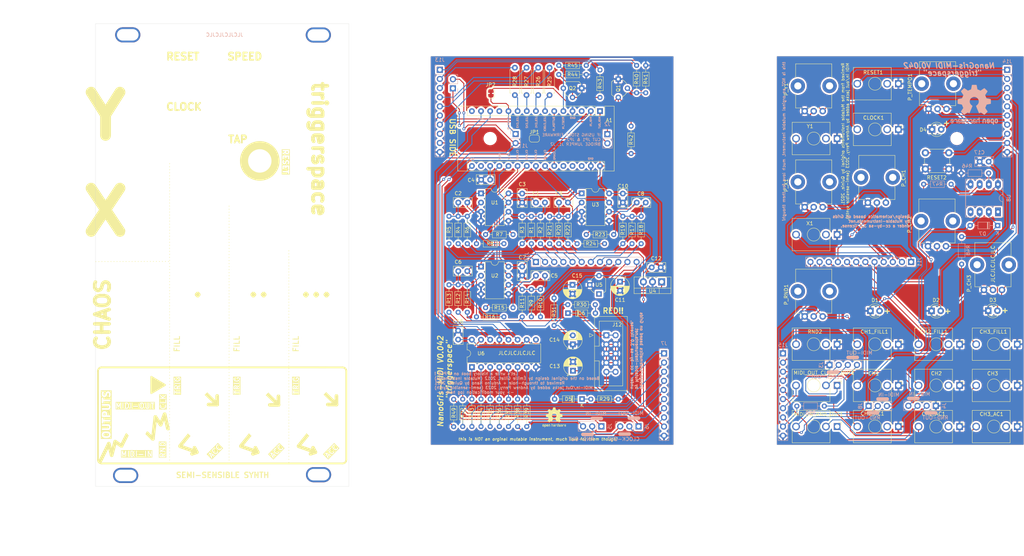
<source format=kicad_pcb>
(kicad_pcb (version 20221018) (generator pcbnew)
  (layers (0 "F.Cu" signal) (31 "B.Cu" signal) (34 "B.Paste" user) (35 "F.Paste" user) (36 "B.SilkS" user "B.Silkscreen") (37 "F.SilkS" user "F.Silkscreen") (38 "B.Mask" user) (39 "F.Mask" user) (44 "Edge.Cuts" user))
  (net 0 "")
  (net 1 "SCK")
  (net 2 "MOSI")
  (net 3 "GND")
  (net 4 "SS")
  (net 5 "P_TEMPO")
  (net 6 "LED_CH1")
  (net 7 "LED_CH2")
  (net 8 "CV_CH3")
  (net 9 "LED_CH3")
  (net 10 "CV_CH2")
  (net 11 "LED_CLOCK")
  (net 12 "CV_CH1")
  (net 13 "SW_RESET")
  (net 14 "CV_RND")
  (net 15 "IN_RESET")
  (net 16 "CV_Y")
  (net 17 "CV_X")
  (net 19 "IN_MIDI")
  (net 20 "IN_CLOCK")
  (net 21 "Net-(A1-D4)")
  (net 22 "Net-(A1-D5)")
  (net 23 "ref_5")
  (net 24 "Net-(A1-D6)")
  (net 25 "Net-(A1-D7)")
  (net 26 "J_CH1")
  (net 27 "J_CH2")
  (net 28 "P_CH1")
  (net 29 "P_CH2")
  (net 30 "J_RND")
  (net 31 "J_X")
  (net 32 "J_Y")
  (net 33 "J_CLK")
  (net 34 "J_RESET")
  (net 35 "P_Y")
  (net 36 "P_X")
  (net 37 "P_RND")
  (net 38 "P_CH3")
  (net 39 "J_CH3")
  (net 40 "+12V")
  (net 41 "-12V")
  (net 44 "Net-(A1-AREF)")
  (net 48 "Net-(U1B--)")
  (net 49 "CH1")
  (net 50 "Net-(U1A--)")
  (net 51 "CH2")
  (net 52 "Net-(U2B--)")
  (net 53 "CH3")
  (net 54 "Net-(U2A--)")
  (net 55 "CH1_ACC")
  (net 56 "Net-(U3B--)")
  (net 57 "CH2_ACC")
  (net 58 "Net-(U3A--)")
  (net 59 "CH3_ACC")
  (net 60 "Net-(D5-K)")
  (net 61 "CH_CLOCK")
  (net 62 "Net-(D5-A)")
  (net 63 "CH_RND")
  (net 64 "Net-(D6-K)")
  (net 65 "Net-(D6-A)")
  (net 66 "Net-(D7-K)")
  (net 67 "Net-(D7-A)")
  (net 68 "+5V")
  (net 69 "Net-(Q1-B)")
  (net 70 "Net-(Q2-B)")
  (net 71 "Net-(U6-QA)")
  (net 72 "Net-(U6-QB)")
  (net 73 "Net-(U6-QC)")
  (net 74 "Net-(U6-QD)")
  (net 75 "Net-(U6-QE)")
  (net 76 "Net-(U6-QF)")
  (net 77 "Net-(U6-QG)")
  (net 78 "Net-(U6-QH)")
  (net 79 "Net-(U8-VO1)")
  (net 83 "OUT_MIDI")
  (net 85 "/CLOCK_IN")
  (net 86 "/MIDI_OUT")
  (net 87 "Net-(J3-Pin_2)")
  (net 88 "Net-(J3-Pin_3)")
  (net 89 "Net-(J3-Pin_4)")
  (net 90 "Net-(J4-Pin_2)")
  (net 91 "Net-(J4-Pin_3)")
  (net 92 "Net-(J4-Pin_4)")
  (net 93 "Net-(J8-Pin_3)")
  (net 94 "Net-(J6-Pin_1)")
  (net 95 "/MIDI-IN_RND_OUT")
  (net 96 "/MIDI_OUT-CLOCK_OUT")
  (footprint "Module:Arduino_Nano" (layer "F.Cu") (at 148.59 33.02 -90)
    (fp_text reference "A1")
    (fp_text value "Arduino_Nano_v2.x")
  )
  (footprint "Capacitor_THT:C_Disc_D5.0mm_W2.5mm_P2.50mm" (layer "F.Cu") (at 130.81 58.42)
    (fp_text reference "C1")
    (fp_text value "10nf")
  )
  (footprint "Capacitor_THT:C_Disc_D5.0mm_W2.5mm_P2.50mm" (layer "F.Cu") (at 111.76 58.42 180)
    (fp_text reference "C2")
    (fp_text value "10nf")
  )
  (footprint "Capacitor_THT:C_Disc_D5.0mm_W2.5mm_P2.50mm" (layer "F.Cu") (at 115.61 52.07)
    (fp_text reference "C4")
    (fp_text value "100nf")
  )
  (footprint "Resistor_THT:R_Axial_DIN0204_L3.6mm_D1.6mm_P7.62mm_Horizontal" (layer "F.Cu") (at 129.54 62.23 -90)
    (fp_text reference "R1")
    (fp_text value "100k")
  )
  (footprint "Resistor_THT:R_Axial_DIN0204_L3.6mm_D1.6mm_P7.62mm_Horizontal" (layer "F.Cu") (at 132.08 62.23 -90)
    (fp_text reference "R2")
    (fp_text value "100k")
  )
  (footprint "Resistor_THT:R_Axial_DIN0204_L3.6mm_D1.6mm_P7.62mm_Horizontal" (layer "F.Cu") (at 127 62.23 -90)
    (fp_text reference "R3")
    (fp_text value "100k")
  )
  (footprint "Resistor_THT:R_Axial_DIN0204_L3.6mm_D1.6mm_P7.62mm_Horizontal" (layer "F.Cu") (at 109.22 62.23 -90)
    (fp_text reference "R4")
    (fp_text value "100k")
  )
  (footprint "Resistor_THT:R_Axial_DIN0204_L3.6mm_D1.6mm_P7.62mm_Horizontal" (layer "F.Cu") (at 106.68 62.23 -90)
    (fp_text reference "R5")
    (fp_text value "100k")
  )
  (footprint "Resistor_THT:R_Axial_DIN0204_L3.6mm_D1.6mm_P7.62mm_Horizontal" (layer "F.Cu") (at 111.76 62.23 -90)
    (fp_text reference "R6")
    (fp_text value "100k")
  )
  (footprint "Resistor_THT:R_Axial_DIN0204_L3.6mm_D1.6mm_P7.62mm_Horizontal" (layer "F.Cu") (at 124.46 67.31 180)
    (fp_text reference "R7")
    (fp_text value "100k")
  )
  (footprint "Resistor_THT:R_Axial_DIN0204_L3.6mm_D1.6mm_P7.62mm_Horizontal" (layer "F.Cu") (at 114.3 69.85)
    (fp_text reference "R8")
    (fp_text value "100k")
  )
  (footprint "Package_DIP:DIP-8_W7.62mm" (layer "F.Cu") (at 115.57 55.88)
    (fp_text reference "U1")
    (fp_text value "MCP6002_1")
  )
  (footprint "Capacitor_THT:C_Disc_D5.0mm_W2.5mm_P2.50mm" (layer "F.Cu") (at 127 55.92 -90)
    (fp_text reference "C3")
    (fp_text value "100nf")
  )
  (footprint "Capacitor_THT:C_Disc_D5.0mm_W2.5mm_P2.50mm" (layer "F.Cu") (at 130.81 78.74)
    (fp_text reference "C5")
    (fp_text value "10nf")
  )
  (footprint "Capacitor_THT:C_Disc_D5.0mm_W2.5mm_P2.50mm" (layer "F.Cu") (at 111.76 77.47 180)
    (fp_text reference "C6")
    (fp_text value "10nf")
  )
  (footprint "Capacitor_THT:C_Disc_D5.0mm_W2.5mm_P2.50mm" (layer "F.Cu") (at 127 76.2 -90)
    (fp_text reference "C7")
    (fp_text value "100nf")
  )
  (footprint "Resistor_THT:R_Axial_DIN0204_L3.6mm_D1.6mm_P7.62mm_Horizontal" (layer "F.Cu") (at 129.54 82.55 -90)
    (fp_text reference "R9")
    (fp_text value "100k")
  )
  (footprint "Resistor_THT:R_Axial_DIN0204_L3.6mm_D1.6mm_P7.62mm_Horizontal" (layer "F.Cu") (at 132.08 82.55 -90)
    (fp_text reference "R10")
    (fp_text value "100k")
  )
  (footprint "Resistor_THT:R_Axial_DIN0204_L3.6mm_D1.6mm_P7.62mm_Horizontal" (layer "F.Cu") (at 127 82.55 -90)
    (fp_text reference "R11")
    (fp_text value "100k")
  )
  (footprint "Resistor_THT:R_Axial_DIN0204_L3.6mm_D1.6mm_P7.62mm_Horizontal" (layer "F.Cu") (at 109.22 81.28 -90)
    (fp_text reference "R12")
    (fp_text value "100k")
  )
  (footprint "Resistor_THT:R_Axial_DIN0204_L3.6mm_D1.6mm_P7.62mm_Horizontal" (layer "F.Cu") (at 106.68 81.28 -90)
    (fp_text reference "R13")
    (fp_text value "100k")
  )
  (footprint "Resistor_THT:R_Axial_DIN0204_L3.6mm_D1.6mm_P7.62mm_Horizontal" (layer "F.Cu") (at 111.76 81.28 -90)
    (fp_text reference "R14")
    (fp_text value "100k")
  )
  (footprint "Resistor_THT:R_Axial_DIN0204_L3.6mm_D1.6mm_P7.62mm_Horizontal" (layer "F.Cu") (at 124.46 87.63 180)
    (fp_text reference "R15")
    (fp_text value "100k")
  )
  (footprint "Resistor_THT:R_Axial_DIN0204_L3.6mm_D1.6mm_P7.62mm_Horizontal" (layer "F.Cu") (at 114.3 90.17)
    (fp_text reference "R16")
    (fp_text value "100k")
  )
  (footprint "Package_DIP:DIP-8_W7.62mm" (layer "F.Cu") (at 115.57 76.2)
    (fp_text reference "U2")
    (fp_text value "MCP6002_1")
  )
  (footprint "Capacitor_THT:C_Disc_D5.0mm_W2.5mm_P2.50mm" (layer "F.Cu") (at 158.79 58.42)
    (fp_text reference "C8")
    (fp_text value "10nf")
  )
  (footprint "Capacitor_THT:C_Disc_D5.0mm_W2.5mm_P2.50mm" (layer "F.Cu") (at 139.7 58.42 180)
    (fp_text reference "C9")
    (fp_text value "10nf")
  )
  (footprint "Capacitor_THT:C_Disc_D5.0mm_W2.5mm_P2.50mm" (layer "F.Cu") (at 154.94 55.92 -90)
    (fp_text reference "C10")
    (fp_text value "100nf")
  )
  (footprint "Resistor_THT:R_Axial_DIN0204_L3.6mm_D1.6mm_P7.62mm_Horizontal" (layer "F.Cu") (at 157.48 62.23 -90)
    (fp_text reference "R17")
    (fp_text value "100k")
  )
  (footprint "Resistor_THT:R_Axial_DIN0204_L3.6mm_D1.6mm_P7.62mm_Horizontal" (layer "F.Cu") (at 160.02 62.23 -90)
    (fp_text reference "R18")
    (fp_text value "100k")
  )
  (footprint "Resistor_THT:R_Axial_DIN0204_L3.6mm_D1.6mm_P7.62mm_Horizontal" (layer "F.Cu") (at 154.94 62.23 -90)
    (fp_text reference "R19")
    (fp_text value "100k")
  )
  (footprint "Resistor_THT:R_Axial_DIN0204_L3.6mm_D1.6mm_P7.62mm_Horizontal" (layer "F.Cu") (at 137.16 62.23 -90)
    (fp_text reference "R20")
    (fp_text value "100k")
  )
  (footprint "Resistor_THT:R_Axial_DIN0204_L3.6mm_D1.6mm_P7.62mm_Horizontal" (layer "F.Cu") (at 134.62 62.23 -90)
    (fp_text reference "R21")
    (fp_text value "100k")
  )
  (footprint "Resistor_THT:R_Axial_DIN0204_L3.6mm_D1.6mm_P7.62mm_Horizontal" (layer "F.Cu") (at 139.7 62.23 -90)
    (fp_text reference "R22")
    (fp_text value "100k")
  )
  (footprint "Resistor_THT:R_Axial_DIN0204_L3.6mm_D1.6mm_P7.62mm_Horizontal" (layer "F.Cu") (at 152.4 67.31 180)
    (fp_text reference "R23")
    (fp_text value "100k")
  )
  (footprint "Resistor_THT:R_Axial_DIN0204_L3.6mm_D1.6mm_P7.62mm_Horizontal" (layer "F.Cu") (at 142.24 69.85)
    (fp_text reference "R24")
    (fp_text value "100k")
  )
  (footprint "Package_DIP:DIP-8_W7.62mm" (layer "F.Cu") (at 143.51 55.88)
    (fp_text reference "U3")
    (fp_text value "MCP6002_1")
  )
  (footprint "LED_THT:LED_D3.0mm" (layer "F.Cu") (at 223.646453 88.519)
    (fp_text reference "D1")
    (fp_text value "CH1")
  )
  (footprint "LED_THT:LED_D3.0mm" (layer "F.Cu") (at 240.613653 88.519)
    (fp_text reference "D2")
    (fp_text value "CH2")
  )
  (footprint "LED_THT:LED_D3.0mm" (layer "F.Cu") (at 256.361653 88.4682)
    (fp_text reference "D3")
    (fp_text value "CH3")
  )
  (footprint "LED_THT:LED_D3.0mm" (layer "F.Cu") (at 240.760453 38.1)
    (fp_text reference "D4")
    (fp_text value "CLK")
  )
  (footprint "Connector_Audio:Jack_3.5mm_QingPu_WQP-PJ398SM_Vertical_CircularHoles" (layer "F.Cu") (at 231.41 97.79 -90)
    (fp_text reference "CH1_FILL1")
    (fp_text value "CV_CH1")
  )
  (footprint "Connector_Audio:Jack_3.5mm_QingPu_WQP-PJ398SM_Vertical_CircularHoles" (layer "F.Cu") (at 214.41 97.79 -90)
    (fp_text reference "RND2")
    (fp_text value "CV_RND")
  )
  (footprint "Connector_Audio:Jack_3.5mm_QingPu_WQP-PJ398SM_Vertical_CircularHoles" (layer "F.Cu") (at 248.41 97.79 -90)
    (fp_text reference "CH2_FILL1")
    (fp_text value "CV_CH2")
  )
  (footprint "Connector_Audio:Jack_3.5mm_QingPu_WQP-PJ398SM_Vertical_CircularHoles" (layer "F.Cu") (at 214.41 67.31 -90)
    (fp_text reference "X1")
    (fp_text value "CV_X")
  )
  (footprint "Connector_Audio:Jack_3.5mm_QingPu_WQP-PJ398SM_Vertical_CircularHoles" (layer "F.Cu") (at 264.41 97.79 -90)
    (fp_text reference "CH3_FILL1")
    (fp_text value "CV_CH3")
  )
  (footprint "Connector_Audio:Jack_3.5mm_QingPu_WQP-PJ398SM_Vertical_CircularHoles" (layer "F.Cu") (at 214.41 40.64 -90)
    (fp_text reference "Y1")
    (fp_text value "CV_Y")
  )
  (footprint "Connector_Audio:Jack_3.5mm_QingPu_WQP-PJ398SM_Vertical_CircularHoles" (layer "F.Cu") (at 231.41 38.1 -90)
    (fp_text reference "CLOCK1")
    (fp_text value "CV_CLOCK")
  )
  (footprint "Connector_Audio:Jack_3.5mm_QingPu_WQP-PJ398SM_Vertical_CircularHoles" (layer "F.Cu") (at 231.41 25.4 -90)
    (fp_text reference "RESET1")
    (fp_text value "CV_RESET")
  )
  (footprint "Potentiometer_THT:Potentiometer_Alps_RK09K_Single_Vertical_round" (layer "F.Cu") (at 227.946853 58.4502 90)
    (fp_text reference "P_CH1")
    (fp_text value "10k")
  )
  (footprint "Potentiometer_THT:Potentiometer_Alps_RK09K_Single_Vertical_round" (layer "F.Cu") (at 244.625453 70.55 90)
    (fp_text reference "P_CH2")
    (fp_text value "10k")
  )
  (footprint "Potentiometer_THT:Potentiometer_Alps_RK09K_Single_Vertical_round" (layer "F.Cu") (at 260.164906 82.6948 90)
    (fp_text reference "P_CH3")
    (fp_text value "10k")
  )
  (footprint "Potentiometer_THT:Potentiometer_Alps_RK09K_Single_Vertical_round" (layer "F.Cu") (at 210.41 59.69 90)
    (fp_text reference "P_X1")
    (fp_text value "10k")
  )
  (footprint "Potentiometer_THT:Potentiometer_Alps_RK09K_Single_Vertical_round" (layer "F.Cu") (at 210.41 90.05 90)
    (fp_text reference "P_RND1")
    (fp_text value "10k")
  )
  (footprint "Potentiometer_THT:Potentiometer_Alps_RK09K_Single_Vertical_round" (layer "F.Cu") (at 210.41 33.02 90)
    (fp_text reference "P_Y1")
    (fp_text value "10k")
  )
  (footprint "Potentiometer_THT:Potentiometer_Alps_RK09K_Single_Vertical_round" (layer "F.Cu") (at 244.79 32.4 90)
    (fp_text reference "P_TEMPO1")
    (fp_text value "10k")
  )
  (footprint "Capacitor_THT:CP_Radial_D5.0mm_P2.50mm" (layer "F.Cu") (at 154.164512 80.388626 -90)
    (fp_text reference "C11")
    (fp_text value "0.47uf")
  )
  (footprint "Capacitor_THT:C_Disc_D5.0mm_W2.5mm_P2.50mm" (layer "F.Cu") (at 162.953732 76.44341)
    (fp_text reference "C12")
    (fp_text value "10nf")
  )
  (footprint "Capacitor_THT:CP_Radial_D5.0mm_P2.50mm" (layer "F.Cu") (at 141.1 105.15 90)
    (fp_text reference "C13")
    (fp_text value "10uf")
  )
  (footprint "Capacitor_THT:CP_Radial_D5.0mm_P2.50mm" (layer "F.Cu") (at 141.05 97.825 90)
    (fp_text reference "C14")
    (fp_text value "10uf")
  )
  (footprint "Capacitor_THT:CP_Radial_D5.0mm_P2.50mm" (layer "F.Cu") (at 140.97 81.28 -90)
    (fp_text reference "C15")
    (fp_text value "0.47uf")
  )
  (footprint "Diode_THT:D_DO-34_SOD68_P7.62mm_Horizontal" (layer "F.Cu") (at 143.6116 113.0046 180)
    (fp_text reference "D5")
    (fp_text value "1N5817")
  )
  (footprint "Diode_THT:D_DO-34_SOD68_P7.62mm_Horizontal" (layer "F.Cu") (at 139.7 89.154)
    (fp_text reference "D6")
    (fp_text value "1N5817")
  )
  (footprint "Connector_IDC:IDC-Header_2x05_P2.54mm_Vertical" (layer "F.Cu") (at 150.366892 95.292585)
    (fp_text reference "J12")
    (fp_text value "Conn_02x05_Odd_Even")
  )
  (footprint "Package_TO_SOT_THT:TO-92_Wide" (layer "F.Cu") (at 153.67 24.13 -90)
    (fp_text reference "Q1")
    (fp_text value "2N3904")
  )
  (footprint "Package_TO_SOT_THT:TO-92_Wide" (layer "F.Cu") (at 143.51 26.67 180)
    (fp_text reference "Q2")
    (fp_text value "2N3904")
  )
  (footprint "Resistor_THT:R_Axial_DIN0204_L3.6mm_D1.6mm_P7.62mm_Horizontal" (layer "F.Cu") (at 153.67 113.03 180)
    (fp_text reference "R29")
    (fp_text value "10r")
  )
  (footprint "Resistor_THT:R_Axial_DIN0204_L3.6mm_D1.6mm_P7.62mm_Horizontal" (layer "F.Cu") (at 147.2692 86.7918 180)
    (fp_text reference "R30")
    (fp_text value "10r")
  )
  (footprint "Resistor_THT:R_Axial_DIN0204_L3.6mm_D1.6mm_P7.62mm_Horizontal" (layer "F.Cu") (at 135.850047 92.563624 90)
    (fp_text reference "R31")
    (fp_text value "10k")
  )
  (footprint "Resistor_THT:R_Axial_DIN0204_L3.6mm_D1.6mm_P7.62mm_Horizontal" (layer "F.Cu") (at 110.49 120.65 90)
    (fp_text reference "R32")
    (fp_text value "1k")
  )
  (footprint "Resistor_THT:R_Axial_DIN0204_L3.6mm_D1.6mm_P7.62mm_Horizontal" (layer "F.Cu") (at 113.03 120.65 90)
    (fp_text reference "R33")
    (fp_text value "1k")
  )
  (footprint "Resistor_THT:R_Axial_DIN0204_L3.6mm_D1.6mm_P7.62mm_Horizontal" (layer "F.Cu") (at 115.57 120.65 90)
    (fp_text reference "R34")
    (fp_text value "1k")
  )
  (footprint "Resistor_THT:R_Axial_DIN0204_L3.6mm_D1.6mm_P7.62mm_Horizontal" (layer "F.Cu") (at 118.11 120.65 90)
    (fp_text reference "R35")
    (fp_text value "1k")
  )
  (footprint "Resistor_THT:R_Axial_DIN0204_L3.6mm_D1.6mm_P7.62mm_Horizontal" (layer "F.Cu") (at 120.65 120.65 90)
    (fp_text reference "R36")
    (fp_text value "1k")
  )
  (footprint "Resistor_THT:R_Axial_DIN0204_L3.6mm_D1.6mm_P7.62mm_Horizontal" (layer "F.Cu") (at 123.19 120.65 90)
    (fp_text reference "R37")
    (fp_text value "1k")
  )
  (footprint "Resistor_THT:R_Axial_DIN0204_L3.6mm_D1.6mm_P7.62mm_Horizontal" (layer "F.Cu") (at 125.73 120.65 90)
    (fp_text reference "R38")
    (fp_text value "1k")
  )
  (footprint "Resistor_THT:R_Axial_DIN0204_L3.6mm_D1.6mm_P7.62mm_Horizontal" (layer "F.Cu") (at 128.27 120.65 90)
    (fp_text reference "R39")
    (fp_text value "1k")
  )
  (footprint "Resistor_THT:R_Axial_DIN0204_L3.6mm_D1.6mm_P7.62mm_Horizontal" (layer "F.Cu") (at 158.75 27.94 90)
    (fp_text reference "R40")
    (fp_text value "100k")
  )
  (footprint "Resistor_THT:R_Axial_DIN0204_L3.6mm_D1.6mm_P7.62mm_Horizontal" (layer "F.Cu") (at 161.29 27.94 90)
    (fp_text reference "R41")
    (fp_text value "100k")
  )
  (footprint "Resistor_THT:R_Axial_DIN0204_L3.6mm_D1.6mm_P7.62mm_Horizontal" (layer "F.Cu") (at 157.226 44.8056 90)
    (fp_text reference "R42")
    (fp_text value "100k")
  )
  (footprint "Resistor_THT:R_Axial_DIN0204_L3.6mm_D1.6mm_P7.62mm_Horizontal" (layer "F.Cu") (at 148.59 29.21 90)
    (fp_text reference "R43")
    (fp_text value "100k")
  )
  (footprint "Resistor_THT:R_Axial_DIN0204_L3.6mm_D1.6mm_P7.62mm_Horizontal" (layer "F.Cu") (at 137.16 22.86)
    (fp_text reference "R44")
    (fp_text value "100k")
  )
  (footprint "Resistor_THT:R_Axial_DIN0204_L3.6mm_D1.6mm_P7.62mm_Horizontal" (layer "F.Cu") (at 144.78 20.32 180)
    (fp_text reference "R45")
    (fp_text value "100k")
  )
  (footprint "Package_TO_SOT_THT:TO-220-3_Vertical" (layer "F.Cu") (at 165.712493 80.454426 180)
    (fp_text reference "U4")
    (fp_text value "L7805")
  )
  (footprint "Package_TO_SOT_THT:TO-92_Wide" (layer "F.Cu") (at 148.308271 83.81025 90)
    (fp_text reference "U5")
    (fp_text value "LM4040LP-5")
  )
  (footprint "Package_DIP:DIP-16_W7.62mm" (layer "F.Cu") (at 113.03 104.14 90)
    (fp_text reference "U6")
    (fp_text value "74HC595")
  )
  (footprint "Capacitor_THT:C_Disc_D5.0mm_W2.5mm_P2.50mm" (layer "F.Cu") (at 109.22 96.48 90)
    (fp_text reference "C16")
    (fp_text value "100nf")
  )
  (footprint "Resistor_THT:R_Axial_DIN0207_L6.3mm_D2.5mm_P7.62mm_Horizontal" (layer "F.Cu") (at 134.5946 28.575 90)
    (fp_text reference "R25")
    (fp_text value "100r")
  )
  (footprint "Resistor_THT:R_Axial_DIN0207_L6.3mm_D2.5mm_P7.62mm_Horizontal" (layer "F.Cu") (at 131.445 28.575 90)
    (fp_text reference "R26")
    (fp_text value "100r")
  )
  (footprint "Resistor_THT:R_Axial_DIN0207_L6.3mm_D2.5mm_P7.62mm_Horizontal" (layer "F.Cu") (at 128.1938 28.575 90)
    (fp_text reference "R27")
    (fp_text value "100r")
  )
  (footprint "Resistor_THT:R_Axial_DIN0207_L6.3mm_D2.5mm_P7.62mm_Horizontal" (layer "F.Cu") (at 124.968 28.575 90)
    (fp_text reference "R28")
    (fp_text value "100r")
  )
  (footprint "Connector_Audio:Jack_3.5mm_QingPu_WQP-PJ398SM_Vertical_CircularHoles" (layer "F.Cu") (at 231.41 109.22 -90)
    (fp_text reference "CH1")
    (fp_text value "CH1")
  )
  (footprint "Connector_Audio:Jack_3.5mm_QingPu_WQP-PJ398SM_Vertical_CircularHoles" (layer "F.Cu") (at 248.41 109.22 -90)
    (fp_text reference "CH2")
    (fp_text value "CH2")
  )
  (footprint "Connector_Audio:Jack_3.5mm_QingPu_WQP-PJ398SM_Vertical_CircularHoles" (layer "F.Cu") (at 264.41 109.22 -90)
    (fp_text reference "CH3")
    (fp_text value "CH3")
  )
  (footprint "Connector_Audio:Jack_3.5mm_QingPu_WQP-PJ398SM_Vertical_CircularHoles" (layer "F.Cu") (at 231.41 120.65 -90)
    (fp_text reference "CH1_AC1")
    (fp_text value "CH1_ACC")
  )
  (footprint "Connector_Audio:Jack_3.5mm_QingPu_WQP-PJ398SM_Vertical_CircularHoles" (layer "F.Cu") (at 248.41 120.65 -90)
    (fp_text reference locked "CH2_AC1")
    (fp_text value "CH2_ACC")
  )
  (footprint "Connector_Audio:Jack_3.5mm_QingPu_WQP-PJ398SM_Vertical_CircularHoles" (layer "F.Cu") (at 264.41 120.65 -90)
    (fp_text reference "CH3_AC1")
    (fp_text value "CH3_ACC")
  )
  (footprint "MountingHole:MountingHole_3.2mm_M3" (layer "F.Cu") (at 118.11 40.64)
    (fp_text reference "H1" hide)
    (fp_text value "MountingHole")
  )
  (footprint "MountingHole:MountingHole_3.2mm_M3" (layer "F.Cu") (at 247.65 40.64)
    (fp_text reference "H2" hide)
    (fp_text value "MountingHole")
  )
  (footprint "Button_Switch_THT:SW_PUSH_6mm" (layer "F.Cu") (at 238.910453 44.6)
    (fp_text reference "RESET2")
    (fp_text value "SW_Push")
  )
  (footprint "Symbol:OSHW-Logo2_7.3x6mm_SilkScreen" (layer "F.Cu") (at 135.89 118.11)
    (fp_text reference "FID1" hide)
    (fp_text value "Fiducial" hide)
  )
  (footprint "MountingHole:MountingHole_8.4mm_M8" (layer "F.Cu") (at 19.891247 25.475942)
    (fp_text reference "H22" hide)
    (fp_text value "MountingHole")
  )
  (footprint "MountingHole:MountingHole_6mm" (layer "F.Cu") (at 69.871247 97.865942)
    (fp_text reference "H16" hide)
    (fp_text value "MountingHole")
  )
  (footprint "MountingHole:MountingHole_6mm" (layer "F.Cu") (at 36.901247 97.865942)
    (fp_text reference "H13" hide)
    (fp_text value "MountingHole")
  )
  (footprint "Connector_Audio:Jack_3.5mm_QingPu_WQP-PJ398SM_Vertical_CircularHoles" (layer "F.Cu") (at 214.41 109.22 -90)
    (fp_text reference "MIDI_OUT_CLOCK_OUT1")
    (fp_text value "MIDI_OUT-CLOCK_OUT")
  )
  (footprint "Jumper:SolderJumper-2_P1.3mm_Bridged_RoundedPad1.0x1.5mm" (layer "F.Cu") (at 130.3782 40.64)
    (fp_text reference "JP1")
    (fp_text value "SolderJumper_2_Bridged")
  )
  (footprint "MountingHole:MountingHole_6mm" (layer "F.Cu") (at 19.891247 120.725942)
    (fp_text reference "H8" hide)
    (fp_text value "MountingHole")
  )
  (footprint "MountingHole:MountingHole_6mm" (layer "F.Cu") (at 54.1605 46.855942)
    (fp_text reference "H17" hide)
    (fp_text value "MountingHole")
  )
  (footprint "MountingHole:MountingHole_6mm" (layer "F.Cu") (at 53.861247 120.725942)
    (fp_text reference "H6" hide)
    (fp_text value "MountingHole")
  )
  (footprint "MountingHole:MountingHole_8.4mm_M8" (layer "F.Cu") (at 19.891247 52.145942)
    (fp_text reference "H25" hide)
    (fp_text value "MountingHole")
  )
  (footprint "MountingHole:MountingHole_8.4mm_M8" (layer "F.Cu") (at 37.18 51.4)
    (fp_text reference "H23" hide)
    (fp_text value "MountingHole")
  )
  (footprint "MountingHole:MountingHole_3mm" (layer "F.Cu") (at 54.115856 38.074621)
    (fp_text reference "H21" hide)
    (fp_text value "MountingHole")
  )
  (footprint "MountingHole:MountingHole_8.4mm_M8" (layer "F.Cu") (at 54.231247 25.55)
    (fp_text reference "H28" hide)
    (fp_text value "MountingHole")
  )
  (footprint "" (layer "F.Cu") (at 70.477539 134.027892)
    (fp_text reference "")
    (fp_text value "")
  )
  (footprint "MountingHole:MountingHole_6mm" (layer "F.Cu") (at 19.891247 67.385942)
    (fp_text reference "H14" hide)
    (fp_text value "MountingHole")
  )
  (footprint "MountingHole:MountingHole_6mm" (layer "F.Cu") (at 36.901247 25.475942)
    (fp_text reference "H10" hide)
    (fp_text value "MountingHole")
  )
  (footprint "MountingHole:MountingHole_6mm" (layer "F.Cu") (at 19.891247 97.865942)
    (fp_text reference "H15" hide)
    (fp_text value "MountingHole")
  )
  (footprint "MountingHole:MountingHole_6mm" (layer "F.Cu") (at 36.901247 38.175942)
    (fp_text reference "H12" hide)
    (fp_text value "MountingHole")
  )
  (footprint "MountingHole:MountingHole_3mm" (layer "F.Cu") (at 53.8 88.5)
    (fp_text reference "H20" hide)
    (fp_text value "MountingHole")
  )
  (footprint "MountingHole:MountingHole_6mm" (layer "F.Cu") (at 36.901247 120.725942)
    (fp_text reference "H1" hide)
    (fp_text value "MountingHole")
  )
  (footprint "MountingHole:MountingHole_6mm" (layer "F.Cu") (at 69.871247 109.295942)
    (fp_text reference "H3" hide)
    (fp_text value "MountingHole")
  )
  (footprint "MountingHole:MountingHole_6mm" (layer "F.Cu") (at 36.901247 109.295942)
    (fp_text reference "H2" hide)
    (fp_text value "MountingHole")
  )
  (footprint "MountingHole:MountingHole_8.4mm_M8" (layer "F.Cu") (at 54.2 63.4)
    (fp_text reference "H26" hide)
    (fp_text value "MountingHole")
  )
  (footprint "" (layer "F.Cu") (at 16.931247 134.235942)
    (fp_text reference "")
    (fp_text value "")
  )
  (footprint "MountingHole:MountingHole_6mm" (layer "F.Cu") (at 19.891247 40.715942)
    (fp_text reference "H9" hide)
    (fp_text value "MountingHole")
  )
  (footprint "" (layer "F.Cu") (at 70.415596 11.876649)
    (fp_text reference "" hide)
    (fp_text value "" hide)
  )
  (footprint "MountingHole:MountingHole_6mm" (layer "F.Cu") (at 53.911247 97.865942)
    (fp_text reference "H11" hide)
    (fp_text value "MountingHole")
  )
  (footprint "MountingHole:MountingHole_6mm" (layer "F.Cu") (at 69.871247 120.725942)
    (fp_text reference "H7" hide)
    (fp_text value "MountingHole")
  )
  (footprint "" (layer "F.Cu") (at 17.515363 11.830709)
    (fp_text reference "" hide)
    (fp_text value "" hide)
  )
  (footprint "MountingHole:MountingHole_6mm" (layer "F.Cu") (at 19.891247 109.295942)
    (fp_text reference "H4" hide)
    (fp_text value "MountingHole")
  )
  (footprint "MountingHole:MountingHole_3mm" (layer "F.Cu") (at 69.7 88.5)
    (fp_text reference "H19" hide)
    (fp_text value "MountingHole")
  )
  (footprint "MountingHole:MountingHole_6mm" (layer "F.Cu") (at 53.911247 109.295942)
    (fp_text reference "H5" hide)
    (fp_text value "MountingHole")
  )
  (footprint "Jumper:SolderJumper-2_P1.3mm_Bridged_RoundedPad1.0x1.5mm" (layer "F.Cu") (at 118.3132 28.0924 -90)
    (fp_text reference "JP2")
    (fp_text value "SolderJumper_2_Bridged")
  )
  (footprint "Resistor_THT:R_Axial_DIN0204_L3.6mm_D1.6mm_P7.62mm_Horizontal" (layer "F.Cu") (at 107.979853 113.0808 -90)
    (fp_text reference "R49")
    (fp_text value "220")
  )
  (footprint "MountingHole:MountingHole_8.4mm_M8" (layer "F.Cu") (at 19.891247 83)
    (fp_text reference "H24" hide)
    (fp_text value "MountingHole")
  )
  (footprint "Connector_Audio:Jack_3.5mm_QingPu_WQP-PJ398SM_Vertical_CircularHoles" (layer "F.Cu") (at 214.41 120.65 -90)
    (fp_text reference "MIDI_IN_RND_OUT1")
    (fp_text value "MIDI_IN_RND")
  )
  (footprint "MountingHole:MountingHole_8.4mm_M8" (layer "F.Cu") (at 69.7 75.6)
    (fp_text reference "H27" hide)
    (fp_text value "MountingHole")
  )
  (footprint "MountingHole:MountingHole_3mm" (layer "F.Cu") (at 36.9 88.5)
    (fp_text reference "H18" hide)
    (fp_text value "MountingHole")
  )
  (footprint "Connector_PinSocket_2.54mm:PinSocket_1x12_P2.54mm_Vertical" (layer "B.Cu") (at 130.81 74.93 -90)
    (fp_text reference "J10")
    (fp_text value "Conn_01x12")
  )
  (footprint "Connector_PinHeader_2.54mm:PinHeader_1x12_P2.54mm_Vertical" (layer "B.Cu") (at 234.95 74.93 90)
    (fp_text reference "J11")
    (fp_text value "Conn_01x12")
  )
  (footprint "Connector_PinSocket_2.54mm:PinSocket_1x10_P2.54mm_Vertical" (layer "B.Cu") (at 104.14 21.54 180)
    (fp_text reference "J13")
    (fp_text value "Conn_01x10")
  )
  (footprint "Connector_PinHeader_2.54mm:PinHeader_1x10_P2.54mm_Vertical" (layer "B.Cu") (at 261.62 21.54 180)
    (fp_text reference "J14")
    (fp_text value "Conn_01x10")
  )
  (footprint "Connector_PinSocket_2.54mm:PinSocket_1x10_P2.54mm_Vertical" (layer "B.Cu") (at 166.37 100.33 180)
    (fp_text reference "J7")
    (fp_text value "Conn_01x10")
  )
  (footprint "Connector_PinHeader_2.54mm:PinHeader_1x10_P2.54mm_Vertical" (layer "B.Cu") (at 199.39 100.33 180)
    (fp_text reference "J15")
    (fp_text value "Conn_01x10")
  )
  (footprint "Symbol:OSHW-Logo2_14.6x12mm_SilkScreen" (layer "B.Cu") (at 252.475 31.275 180)
    (fp_text reference "FID2" hide)
    (fp_text value "Fiducial" hide)
  )
  (footprint "Package_DIP:DIP-8_W7.62mm_Socket_LongPads" (layer "B.Cu") (at 259.060453 61 90)
    (fp_text reference "U8")
    (fp_text value "6N138")
  )
  (footprint "Resistor_THT:R_Axial_DIN0204_L3.6mm_D1.6mm_P7.62mm_Horizontal" (layer "B.Cu") (at 248.975 75.525 90)
    (fp_text reference "R48")
    (fp_text value "220")
  )
  (footprint "Connector_PinHeader_2.54mm:PinHeader_1x03_P2.54mm_Vertical" (layer "B.Cu") (at 159.287853 120.5992 90)
    (fp_text reference "J6")
    (fp_text value "Conn_01x3")
  )
  (footprint "Connector_PinHeader_2.54mm:PinHeader_1x04_P2.54mm_Vertical" (layer "B.Cu") (at 212.297653 103.5304 -90)
    (fp_text reference "J3")
    (fp_text value "Conn_01x4")
  )
  (footprint "Connector_PinHeader_2.54mm:PinHeader_1x03_P2.54mm_Vertical" (layer "B.Cu") (at 148.975453 120.5992 90)
    (fp_text reference "J5")
    (fp_text value "Conn_01x3")
  )
  (footprint "Diode_THT:D_DO-34_SOD68_P7.62mm_Horizontal" (layer "B.Cu") (at 258.950453 64.8 180)
    (fp_text reference "D7")
    (fp_text value "1n4148")
  )
  (footprint "Resistor_THT:R_Axial_DIN0204_L3.6mm_D1.6mm_P7.62mm_Horizontal" (layer "B.Cu") (at 256.475 50.25 180)
    (fp_text reference "R46")
    (fp_text value "4.7k")
  )
  (footprint "Resistor_THT:R_Axial_DIN0204_L3.6mm_D1.6mm_P7.62mm_Horizontal" (layer "B.Cu") (at 246.05 53.325 180)
    (fp_text reference "R47")
    (fp_text value "220")
  )
  (footprint "Connector_PinHeader_2.54mm:PinHeader_1x03_P2.54mm_Vertical" (layer "B.Cu") (at 223.143453 114.935 -90)
    (fp_text reference "J8")
    (fp_text value "Conn_01x3")
  )
  (footprint "Capacitor_THT:C_Disc_D5.0mm_W2.5mm_P2.50mm" (layer "B.Cu") (at 256.475 47.05 180)
    (fp_text reference "C17")
    (fp_text value "100nf")
  )
  (footprint "Connector_PinSocket_2.54mm:PinSocket_1x02_P2.54mm_Vertical" (layer "B.Cu") (at 125.1712 39.37 180)
    (fp_text reference "J1")
    (fp_text value "Conn_01x2")
  )
  (footprint "Connector_PinSocket_2.54mm:PinSocket_1x02_P2.54mm_Vertical" (layer "B.Cu") (at 107.774304 26.702626)
    (fp_text reference "J4")
    (fp_text value "Conn_01x2")
  )
  (footprint "Resistor_THT:R_Axial_DIN0204_L3.6mm_D1.6mm_P7.62mm_Horizontal" (layer "B.Cu") (at 203.229853 114.9604)
    (fp_text reference "R50")
    (fp_text value "220")
  )
  (footprint "Connector_PinHeader_2.54mm:PinHeader_1x04_P2.54mm_Vertical" (layer "B.Cu") (at 241.802453 114.8842 90)
    (fp_text reference "J4")
    (fp_text value "Conn_01x4")
  )
  (footprint "Connector_PinSocket_2.54mm:PinSocket_1x02_P2.54mm_Vertical" (layer "B.Cu") (at 150.6474 39.4208 180)
    (fp_text reference "J2")
    (fp_text value "Conn_01x2")
  )
  (gr_line locked (start 217.453853 101.4476) (end 219.993853 101.4476) (stroke (width 1)) (layer "B.SilkS"))
  (gr_line locked (start 156.747853 118.3132) (end 159.287853 118.3132) (stroke (width 1)) (layer "B.SilkS"))
  (gr_line locked (start 211.992853 105.537) (end 214.532853 105.537) (stroke (width 1)) (layer "B.SilkS"))
  (gr_line locked (start 225.759653 113.0046) (end 228.299653 113.0046) (stroke (width 1)) (layer "B.SilkS"))
  (gr_line locked (start 239.170853 116.8654) (end 241.710853 116.8654) (stroke (width 1)) (layer "B.SilkS"))
  (gr_line locked (start 223.092653 116.8654) (end 225.632653 116.8654) (stroke (width 1)) (layer "B.SilkS"))
  (gr_line locked (start 143.844653 122.8344) (end 146.384653 122.8344) (stroke (width 1)) (layer "B.SilkS"))
  (gr_line locked (start 234.294053 112.8268) (end 236.834053 112.8268) (stroke (width 1)) (layer "B.SilkS"))
  (gr_line locked (start 154.157053 122.7328) (end 156.697053 122.7328) (stroke (width 1)) (layer "B.SilkS"))
  (gr_line locked (start 146.435453 118.4148) (end 148.975453 118.4148) (stroke (width 1)) (layer "B.SilkS"))
  (gr_line locked (start 75.441247 114.535942) (end 75.441247 112.135942) (stroke (width 1)) (layer "F.SilkS"))
  (gr_line locked (start 32.041247 126.035942) (end 34.641247 122.835942) (stroke (width 1)) (layer "F.SilkS"))
  (gr_line locked (start 45.641247 59.4) (end 45.641247 130.705942) (stroke (width 0.2) (type dot)) (layer "F.SilkS"))
  (gr_line locked (start 24.476694 124.086538) (end 22.876693 122.489231) (stroke (width 1)) (layer "F.SilkS"))
  (gr_line locked (start 59.341247 114.635942) (end 59.341247 112.235942) (stroke (width 1)) (layer "F.SilkS"))
  (gr_line locked (start 62.221247 71.8) (end 62.221247 130.705942) (stroke (width 0.2) (type dot)) (layer "F.SilkS"))
  (gr_line locked (start 15.775 126.025) (end 14.025 124.85) (stroke (width 1)) (layer "F.SilkS"))
  (gr_line locked (start 24.476694 124.086538) (end 25.186287 117.984031) (stroke (width 1)) (layer "F.SilkS"))
  (gr_line locked (start 13.05 128.6) (end 12.252896 125.411689) (stroke (width 1)) (layer "F.SilkS"))
  (gr_line locked (start 28.8375 74.7875) (end 8.3625 74.8125) (stroke (width 0.2) (type dot)) (layer "F.SilkS"))
  (gr_line locked (start 29.131247 47.6) (end 29.131247 130.705942) (stroke (width 0.2) (type dot)) (layer "F.SilkS"))
  (gr_arc locked (start 78.174609 129.840341) (mid 77.891408 130.576088) (end 77.169753 130.893513) (stroke (width 0.5)) (layer "F.SilkS"))
  (gr_line locked (start 36.691247 127.785942) (end 36.041247 126.535942) (stroke (width 1)) (layer "F.SilkS"))
  (gr_line locked (start 69.591247 127.785942) (end 68.941247 126.535942) (stroke (width 1)) (layer "F.SilkS"))
  (gr_line locked (start 15.775 126.025) (end 17.325 122.925) (stroke (width 1)) (layer "F.SilkS"))
  (gr_line locked (start 59.341247 114.635942) (end 56.941247 114.635942) (stroke (width 1)) (layer "F.SilkS"))
  (gr_line locked (start 53.541247 127.735942) (end 48.941247 126.135942) (stroke (width 1)) (layer "F.SilkS"))
  (gr_line locked (start 78.174419 105.220799) (end 78.174609 129.840341) (stroke (width 0.5)) (layer "F.SilkS"))
  (gr_line locked (start 77.121247 104.215942) (end 10.266321 104.209003) (stroke (width 0.5)) (layer "F.SilkS"))
  (gr_arc locked (start 77.121247 104.215942) (mid 77.857007 104.499142) (end 78.174419 105.220799) (stroke (width 0.5)) (layer "F.SilkS"))
  (gr_line locked (start 13.05 128.6) (end 14.025 124.85) (stroke (width 1)) (layer "F.SilkS"))
  (gr_line locked (start 59.341247 114.635942) (end 56.141247 111.535942) (stroke (width 1)) (layer "F.SilkS"))
  (gr_line locked (start 53.591247 127.785942) (end 52.241247 128.235942) (stroke (width 1)) (layer "F.SilkS"))
  (gr_circle locked (center 54.160453 46.85) (end 59.591383 47.178488) (stroke (width 0.12)) (fill solid) (layer "F.SilkS"))
  (gr_line locked (start 10.302018 130.898023) (end 77.169753 130.893513) (stroke (width 0.5)) (layer "F.SilkS"))
  (gr_line locked (start 69.541247 127.735942) (end 64.941247 126.135942) (stroke (width 1)) (layer "F.SilkS"))
  (gr_line locked (start 42.341247 114.535942) (end 39.941247 114.535942) (stroke (width 1)) (layer "F.SilkS"))
  (gr_line locked (start 26.65 120.125) (end 25.186287 117.984031) (stroke (width 1)) (layer "F.SilkS"))
  (gr_line locked (start 42.341247 114.535942) (end 42.341247 112.135942) (stroke (width 1)) (layer "F.SilkS"))
  (gr_line locked (start 12.252896 125.411689) (end 9.925 130.2) (stroke (width 1)) (layer "F.SilkS"))
  (gr_line locked (start 42.341247 114.535942) (end 39.141247 111.435942) (stroke (width 1)) (layer "F.SilkS"))
  (gr_line locked (start 26.65 120.125) (end 27.75 117.225) (stroke (width 1)) (layer "F.SilkS"))
  (gr_line locked (start 36.691247 127.785942) (end 35.341247 128.235942) (stroke (width 1)) (layer "F.SilkS"))
  (gr_line locked (start 64.941247 126.035942) (end 67.541247 122.835942) (stroke (width 1)) (layer "F.SilkS"))
  (gr_line locked (start 69.591247 127.785942) (end 68.241247 128.235942) (stroke (width 1)) (layer "F.SilkS"))
  (gr_arc locked (start 9.261466 105.262175) (mid 9.544669 104.526422) (end 10.266321 104.209003) (stroke (width 0.5)) (layer "F.SilkS"))
  (gr_line locked (start 9.259851 105.230987) (end 9.255643 129.853894) (stroke (width 0.5)) (layer "F.SilkS"))
  (gr_line locked (start 27.75 117.225) (end 28.65 121.225) (stroke (width 1)) (layer "F.SilkS"))
  (gr_arc locked (start 10.302018 130.898023) (mid 9.566254 130.614833) (end 9.248846 129.893168) (stroke (width 0.5)) (layer "F.SilkS"))
  (gr_line locked (start 36.641247 127.735942) (end 32.041247 126.135942) (stroke (width 1)) (layer "F.SilkS"))
  (gr_line locked (start 53.591247 127.785942) (end 52.941247 126.535942) (stroke (width 1)) (layer "F.SilkS"))
  (gr_line locked (start 75.441247 114.535942) (end 72.241247 111.435942) (stroke (width 1)) (layer "F.SilkS"))
  (gr_line locked (start 48.941247 126.035942) (end 51.541247 122.835942) (stroke (width 1)) (layer "F.SilkS"))
  (gr_poly locked (pts (xy 24.05 111.375) (xy 27.85 109.1) (xy 24.05 106.825)) (stroke (width 0.5)) (fill solid) (layer "F.SilkS"))
  (gr_line locked (start 75.441247 114.535942) (end 73.041247 114.535942) (stroke (width 1)) (layer "F.SilkS"))
  (gr_line locked (start 101.6 125.73) (end 169 125.73) (stroke (width 0.05)) (layer "Edge.Cuts"))
  (gr_line locked (start 197.67 125.73) (end 197.67 17.78) (stroke (width 0.05)) (layer "Edge.Cuts"))
  (gr_line locked (start 197.67 125.73) (end 266.2 125.73) (stroke (width 0.05)) (layer "Edge.Cuts"))
  (gr_line locked (start 197.67 17.78) (end 266.2 17.78) (stroke (width 0.05)) (layer "Edge.Cuts"))
  (gr_line locked (start 266.2 125.73) (end 266.2 17.78) (stroke (width 0.05)) (layer "Edge.Cuts"))
  (gr_line locked (start 169 125.73) (end 169 17.78) (stroke (width 0.05)) (layer "Edge.Cuts"))
  (gr_line locked (start 101.6 17.78) (end 101.6 124.46) (stroke (width 0.05)) (layer "Edge.Cuts"))
  (gr_line locked (start 101.6 124.46) (end 101.6 125.73) (stroke (width 0.05)) (layer "Edge.Cuts"))
  (gr_line locked (start 8.561247 137.235942) (end 78.911247 137.235942) (stroke (width 0.05)) (layer "Edge.Cuts"))
  (gr_line locked (start 78.911247 137.235942) (end 78.911247 8.745942) (stroke (width 0.05)) (layer "Edge.Cuts"))
  (gr_line locked (start 169 17.78) (end 101.6 17.78) (stroke (width 0.05)) (layer "Edge.Cuts"))
  (gr_line locked (start 8.561247 137.235942) (end 8.561247 8.745942) (stroke (width 0.05)) (layer "Edge.Cuts"))
  (gr_line locked (start 8.561247 8.745942) (end 78.911247 8.745942) (stroke (width 0.05)) (layer "Edge.Cuts"))
  (gr_text locked "Design/schematics based on Grids \nby Mutable-Instruments.net\nunder a cc-by-sa 3.0 license. " (at 158.830653 110.3884 -90) (layer "B.SilkS") (effects (font (size 0.8 0.8) (thickness 0.2)) (justify left mirror)))
  (gr_text locked "JLCJLCJLCJLC" (at 44.381247 11.815942) (layer "B.SilkS") (effects (font (size 1 1)) (justify mirror)))
  (gr_text locked "MIDI-OUT" (at 224.286453 100.7618) (layer "B.SilkS") (effects (font (size 1 1)) (justify left bottom mirror)))
  (gr_text locked "this is NOT an orginal mutable instrument, much love for them though!" (at 199.623053 41.3512 90) (layer "B.SilkS") (effects (font (size 0.8 0.8) (thickness 0.153) italic) (justify mirror)))
  (gr_text locked "LED_CLOCK" (at 133.604 34.4424 90) (layer "B.SilkS") (effects (font (size 0.5 0.5) (thickness 0.125)) (justify left bottom mirror)))
  (gr_text locked "MOSI" (at 116.4336 35.5092) (layer "B.SilkS") (effects (font (size 0.5 0.5) (thickness 0.125)) (justify left bottom mirror)))
  (gr_text locked "SCK" (at 113.7666 46.6598) (layer "B.SilkS") (effects (font (size 0.5 0.5) (thickness 0.125)) (justify left bottom mirror)))
  (gr_text locked "BUTTON_IN" (at 136.0678 34.5186 90) (layer "B.SilkS") (effects (font (size 0.5 0.5) (thickness 0.125)) (justify left bottom mirror)))
  (gr_text locked "MIDI_OUT" (at 148.7678 34.4424 90) (layer "B.SilkS") (effects (font (size 0.5 0.5) (thickness 0.125)) (justify left bottom mirror)))
  (gr_text locked "RESET_IN" (at 138.684 34.5186 90) (layer "B.SilkS") (effects (font (size 0.5 0.5) (thickness 0.125)) (justify left bottom mirror)))
  (gr_text locked "Design/schematics based on Grids \nby Mutable-Instruments.net\nunder a cc-by-sa 3.0 license. " (at 234.65 63.6) (layer "B.SilkS") (effects (font (size 0.8 0.8) (thickness 0.2)) (justify left mirror)))
  (gr_text locked "CV_RND" (at 125.984 43.7134 90) (layer "B.SilkS") (effects (font (size 0.5 0.5) (thickness 0.125)) (justify left bottom mirror)))
  (gr_text locked "GND" (at 146.8374 46.5074) (layer "B.SilkS") (effects (font (size 0.5 0.5) (thickness 0.125)) (justify left bottom mirror)))
  (gr_text locked "MIDI-IN" (at 240.313853 112.2172) (layer "B.SilkS") (effects (font (size 1 1)) (justify left bottom mirror)))
  (gr_text locked "Let's write a history book on a PCB !\nBased on the original design by Émilie Gillet, 2012 (Mutable Instruments)\nRemixed to through-hole + Arduino Nano by Quinie, 2021\nMIDI-In/Out jacks added by Andrew Perry, 2023 (semi-sensible synth)\n-> your modification log here <- " (at 102.565541 111.592876) (layer "B.SilkS") (effects (font (size 0.8 0.8) (thickness 0.153)) (justify right bottom mirror)))
  (gr_text locked "{dblquote}triggerspace{dblquote}" (at 254.882427 22.411574) (layer "B.SilkS") (effects (font (size 1.5 1.5) (thickness 0.3) italic) (justify left mirror)))
  (gr_text locked "CLOCK-OUT" (at 159.668853 124.714) (layer "B.SilkS") (effects (font (size 1 1)) (justify left bottom mirror)))
  (gr_text locked "CLOCK-OUT" (at 216.183853 107.4674) (layer "B.SilkS") (effects (font (size 1 1)) (justify left bottom mirror)))
  (gr_text locked "CV_Y" (at 123.6472 44.6532 90) (layer "B.SilkS") (effects (font (size 0.5 0.5) (thickness 0.125)) (justify left bottom mirror)))
  (gr_text locked "SS" (at 118.5672 35.5346) (layer "B.SilkS") (effects (font (size 0.5 0.5) (thickness 0.125)) (justify left bottom mirror)))
  (gr_text locked "CV_X" (at 121.031 44.6532 90) (layer "B.SilkS") (effects (font (size 0.5 0.5) (thickness 0.125)) (justify left bottom mirror)))
  (gr_text locked "MIDI-IN" (at 231.779453 112.395) (layer "B.SilkS") (effects (font (size 1 1)) (justify left bottom mirror)))
  (gr_text locked "CV_CH1" (at 128.524 43.7134 90) (layer "B.SilkS") (effects (font (size 0.5 0.5) (thickness 0.125)) (justify left bottom mirror)))
  (gr_text locked "GND" (at 141.859 35.2044) (layer "B.SilkS") (effects (font (size 0.5 0.5) (thickness 0.125)) (justify left bottom mirror)))
  (gr_text locked "MIDI-IN" (at 150.499453 117.602) (layer "B.SilkS") (effects (font (size 1 1)) (justify left bottom mirror)))
  (gr_text locked "MIDI_IN" (at 146.3294 34.4678 90) (layer "B.SilkS") (effects (font (size 0.5 0.5) (thickness 0.125)) (justify left bottom mirror)))
  (gr_text locked "CV_CH3" (at 133.6294 43.688 90) (layer "B.SilkS") (effects (font (size 0.5 0.5) (thickness 0.125)) (justify left bottom mirror)))
  (gr_text locked "CV_CH2" (at 131.064 43.688 90) (layer "B.SilkS") (effects (font (size 0.5 0.5) (thickness 0.125)) (justify left bottom mirror)))
  (gr_text locked "LED_CH1" (at 131.191 34.3916 90) (layer "B.SilkS") (effects (font (size 0.5 0.5) (thickness 0.125)) (justify left bottom mirror)))
  (gr_text locked "LED_CH2" (at 128.6002 34.4424 90) (layer "B.SilkS") (effects (font (size 0.5 0.5) (thickness 0.125)) (justify left bottom mirror)))
  (gr_text locked "CLOCK_IN" (at 123.444 34.5186 90) (layer "B.SilkS") (effects (font (size 0.5 0.5) (thickness 0.125)) (justify left bottom mirror)))
  (gr_text locked "RND-OUT" (at 245.343053 118.7704) (layer "B.SilkS") (effects (font (size 1 1)) (justify left bottom mirror)))
  (gr_text locked "P_TEMPO" (at 136.271 43.1546 90) (layer "B.SilkS") (effects (font (size 0.5 0.5) (thickness 0.125)) (justify left bottom mirror)))
  (gr_text locked "RND-OUT" (at 147.019653 124.714) (layer "B.SilkS") (effects (font (size 1 1)) (justify left bottom mirror)))
  (gr_text locked "LED_CH3" (at 126.0094 34.3916 90) (layer "B.SilkS") (effects (font (size 0.5 0.5) (thickness 0.125)) (justify left bottom mirror)))
  (gr_text locked "IF USING STOCK FIRMWARE\nCUT JP1 & JP2\nBRIDGE JUMPER J1, J2" (at 148.849264 42.683206) (layer "B.SilkS") (effects (font (size 0.8 0.8) (thickness 0.125)) (justify left bottom mirror)))
  (gr_text locked "MIDI-OUT" (at 160.811853 117.5004) (layer "B.SilkS") (effects (font (size 1 1)) (justify left bottom mirror)))
  (gr_text locked "RND-OUT" (at 226.496253 118.7958) (layer "B.SilkS") (effects (font (size 1 1)) (justify left bottom mirror)))
  (gr_text locked "NanoGris-MIDI V0.042" (at 258.4196 20.3962) (layer "B.SilkS") (effects (font (size 1.5 1.5) (thickness 0.3) italic) (justify left mirror)))
  (gr_text locked "this is NOT an orginal mutable instrument, much love for them though!" (at 131.347853 124.1552) (layer "F.SilkS") (effects (font (size 0.8 0.8) (thickness 0.153) italic)))
  (gr_text locked "NanoGris-MIDI V0.042" (at 104.322253 120.9548 90) (layer "F.SilkS") (effects (font (size 1.5 1.5) (thickness 0.3) italic) (justify left)))
  (gr_text locked "+" (at 244.7798 36.2966) (layer "F.SilkS") (effects (font (size 1.5 1.5) (thickness 0.3))))
  (gr_text locked "ACC" (at 41.801247 127.505942 45) (layer "F.SilkS" knockout) (effects (font (size 1.5 1.5) (thickness 0.25))))
  (gr_text locked "TRIG" (at 64.241247 109.235942 90) (layer "F.SilkS" knockout) (effects (font (size 1.5 1.5) (thickness 0.25))))
  (gr_text locked "Remixed from the Mutable Instruments original by Quinie, 2021.\nMIDI in/out jacks added by Andrew Perry, 2023 (semi-sensible synth)." (at 217.77 19.54 90) (layer "F.SilkS") (effects (font (size 0.8 0.8) (thickness 0.125)) (justify left bottom mirror)))
  (gr_text locked "." (at 36.925 81.55) (layer "F.SilkS") (effects (font (size 6 6) (thickness 1))))
  (gr_text locked "TRIG" (at 31.341247 109.235942 90) (layer "F.SilkS" knockout) (effects (font (size 1.5 1.5) (thickness 0.25))))
  (gr_text locked "CHAOS" (at 10.55 89.55 90) (layer "F.SilkS") (effects (font (size 4 4) (thickness 1) bold)))
  (gr_text locked "+" (at 245.125 88.525) (layer "F.SilkS") (effects (font (size 1.5 1.5) (thickness 0.3))))
  (gr_text locked "FILL" (at 64.18 97.7 90) (layer "F.SilkS") (effects (font (size 1.5 1.5) (thickness 0.25))))
  (gr_text locked "RESET" (at 32.786009 17.855942) (layer "F.SilkS") (effects (font (size 2 2) (thickness 0.5))))
  (gr_text locked ".." (at 53.8 81.55) (layer "F.SilkS") (effects (font (size 6 6) (thickness 1))))
  (gr_text locked "FILL" (at 31.18 97.7 90) (layer "F.SilkS") (effects (font (size 1.5 1.5) (thickness 0.25))))
  (gr_text locked "FILL" (at 47.78 97.7 90) (layer "F.SilkS") (effects (font (size 1.5 1.5) (thickness 0.25))))
  (gr_text locked "triggerspace" (at 70.725 43.6 270) (layer "F.SilkS") (effects (font (size 4 4) (thickness 1) bold)))
  (gr_text locked "RED!!" (at 149.166892 89.388613) (layer "F.SilkS") (effects (font (size 1.5 1.5) (thickness 0.3) bold) (justify left bottom)))
  (gr_text locked "..." (at 69.825 81.55) (layer "F.SilkS") (effects (font (size 6 6) (thickness 1))))
  (gr_text locked "TRIG" (at 47.841247 109.235942 90) (layer "F.SilkS" knockout) (effects (font (size 1.5 1.5) (thickness 0.25))))
  (gr_text locked "ACC" (at 58.851247 127.505942 45) (layer "F.SilkS" knockout) (effects (font (size 1.5 1.5) (thickness 0.25))))
  (gr_text locked "JLCJLCJLCJLC" (at 257.660453 75.525 90) (layer "F.SilkS") (effects (font (size 1 1))))
  (gr_text locked "OUTPUTS" (at 11.641247 117.335942 90) (layer "F.SilkS" knockout) (effects (font (size 2 2) (thickness 0.5))))
  (gr_text locked "RND" (at 27.25 127.1 90) (layer "F.SilkS" knockout) (effects (font (size 1.5 1.5) (thickness 0.25))))
  (gr_text locked "TAP" (at 48.0905 40.865942) (layer "F.SilkS") (effects (font (size 2 2) (thickness 0.5))))
  (gr_text locked "CLOCK" (at 33.119343 31.825942) (layer "F.SilkS") (effects (font (size 2 2) (thickness 0.5))))
  (gr_text locked "MIDI-IN" (at 20 128.3) (layer "F.SilkS" knockout) (effects (font (size 1.5 1.5) (thickness 0.25))))
  (gr_text locked "Y" (at 11.351247 34.365942) (layer "F.SilkS") (effects (font (size 12 12) (thickness 3))))
  (gr_text locked "SEMI-SENSIBLE SYNTH" (at 43.842629 134.145193) (layer "F.SilkS") (effects (font (size 1.5 1.5) (thickness 0.3))))
  (gr_text locked "X" (at 11.351247 61.035942) (layer "F.SilkS") (effects (font (size 12 12) (thickness 3))))
  (gr_text locked "SPEED" (at 50 17.855942) (layer "F.SilkS") (effects (font (size 2 2) (thickness 0.5))))
  (gr_text locked "+" (at 228.35 88.5) (layer "F.SilkS") (effects (font (size 1.5 1.5) (thickness 0.3))))
  (gr_text locked "MIDI-OUT" (at 19.5 114.925) (layer "F.SilkS" knockout) (effects (font (size 1.5 1.5) (thickness 0.25))))
  (gr_text locked "{dblquote}triggerspace{dblquote}" (at 106.709853 113.03 90) (layer "F.SilkS") (effects (font (size 1.5 1.5) (thickness 0.3) italic) (justify left)))
  (gr_text locked "CLK" (at 27.35 113.8 90) (layer "F.SilkS" knockout) (effects (font (size 1.5 1.5) (thickness 0.25))))
  (gr_text locked "USB SIDE" (at 107.6452 40.3606 270) (layer "F.SilkS") (effects (font (size 1.5 1.5) (thickness 0.3))))
  (gr_text locked "ACC" (at 74.081247 127.505942 45) (layer "F.SilkS" knockout) (effects (font (size 1.5 1.5) (thickness 0.25))))
  (gr_text locked "RESET" (at 61.3 47.025 -90) (layer "F.SilkS" knockout) (effects (font (size 1.5 1.5) (thickness 0.375) bold)))
  (gr_text locked "+" (at 261.025 88.325) (layer "F.SilkS") (effects (font (size 1.5 1.5) (thickness 0.3))))
  (gr_text locked "JLCJLCJLCJLC" (at 125.5014 100.2284) (layer "F.SilkS") (effects (font (size 1 1))))
  (segment locked (start 120.855011 91.645011) (end 107.908009 91.645011) (width 0.25) (layer "B.Cu") (net 1))
  (segment locked (start 125.73 96.52) (end 120.855011 91.645011) (width 0.25) (layer "B.Cu") (net 1))
  (segment locked (start 105.2576 88.994602) (end 105.2576 56.0324) (width 0.25) (layer "B.Cu") (net 1))
  (segment locked (start 107.908009 91.645011) (end 105.2576 88.994602) (width 0.25) (layer "B.Cu") (net 1))
  (segment locked (start 105.2576 56.0324) (end 113.03 48.26) (width 0.25) (layer "B.Cu") (net 1))
  (segment locked (start 103.255453 88.1888) (end 103.255453 49.9872) (width 0.25) (layer "B.Cu") (net 2))
  (segment locked (start 111.8108 41.431853) (end 111.8108 38.9128) (width 0.25) (layer "B.Cu") (net 2))
  (segment locked (start 103.255453 49.9872) (end 111.8108 41.431853) (width 0.25) (layer "B.Cu") (net 2))
  (segment locked (start 103.253226 88.191027) (end 103.255453 88.1888) (width 0.25) (layer "B.Cu") (net 2))
  (segment locked (start 103.253227 89.283227) (end 106.824999 92.854999) (width 0.25) (layer "B.Cu") (net 2))
  (segment locked (start 114.444999 92.854999) (end 118.11 96.52) (width 0.25) (layer "B.Cu") (net 2))
  (segment locked (start 106.824999 92.854999) (end 114.444999 92.854999) (width 0.25) (layer "B.Cu") (net 2))
  (segment locked (start 115.57 33.02) (end 115.57 35.1536) (width 0.25) (layer "B.Cu") (net 2))
  (segment locked (start 103.253226 89.283227) (end 103.253227 89.283227) (width 0.25) (layer "B.Cu") (net 2))
  (segment locked (start 115.57 35.1536) (end 111.8108 38.9128) (width 0.25) (layer "B.Cu") (net 2))
  (segment locked (start 103.253226 89.283227) (end 103.253226 88.191027) (width 0.25) (layer "B.Cu") (net 2))
  (segment locked (start 240.760453 35.794041) (end 240.760453 38.1) (width 0.25) (layer "F.Cu") (net 3))
  (segment locked (start 256.625 44.4) (end 250.775 50.25) (width 0.25) (layer "F.Cu") (net 3))
  (segment locked (start 239.79 34.823588) (end 240.760453 35.794041) (width 0.25) (layer "F.Cu") (net 3))
  (segment locked (start 152.906892 102.912585) (end 152.906892 100.372585) (width 0.25) (layer "F.Cu") (net 3))
  (segment locked (start 155.068133 95.671344) (end 155.068133 83.792247) (width 0.25) (layer "F.Cu") (net 3))
  (segment locked (start 240.760453 38.1) (end 240.735053 38.1254) (width 0.25) (layer "F.Cu") (net 3))
  (segment locked (start 240.735053 38.1254) (end 231.4354 38.1254) (width 0.25) (layer "F.Cu") (net 3))
  (segment locked (start 150.366892 100.372585) (end 152.906892 100.372585) (width 0.25) (layer "F.Cu") (net 3))
  (segment locked (start 239.79 32.4) (end 239.79 34.823588) (width 0.25) (layer "F.Cu") (net 3))
  (segment locked (start 250.775 50.25) (end 246.560453 50.25) (width 0.25) (layer "F.Cu") (net 3))
  (segment locked (start 152.906892 97.832585) (end 150.366892 97.832585) (width 0.25) (layer "F.Cu") (net 3))
  (segment locked (start 152.906892 97.832585) (end 155.068133 95.671344) (width 0.25) (layer "F.Cu") (net 3))
  (segment locked (start 150.366892 100.372585) (end 150.366892 102.912585) (width 0.25) (layer "F.Cu") (net 3))
  (segment locked (start 150.366892 102.912585) (end 152.906892 102.912585) (width 0.25) (layer "F.Cu") (net 3))
  (segment locked (start 150.366892 97.832585) (end 150.366892 100.372585) (width 0.25) (layer "F.Cu") (net 3))
  (segment locked (start 246.560453 50.25) (end 245.410453 49.1) (width 0.25) (layer "F.Cu") (net 3))
  (segment locked (start 261.62 44.4) (end 256.625 44.4) (width 0.25) (layer "F.Cu") (net 3))
  (segment locked (start 152.906892 100.372585) (end 152.906892 97.832585) (width 0.25) (layer "F.Cu") (net 3))
  (segment locked (start 155.068133 83.792247) (end 154.164512 82.888626) (width 0.25) (layer "F.Cu") (net 3))
  (segment locked (start 245.410453 49.1) (end 238.910453 49.1) (width 0.25) (layer "F.Cu") (net 3))
  (segment locked (start 231.4354 38.1254) (end 231.41 38.1) (width 0.25) (layer "F.Cu") (net 3))
  (segment locked (start 264.41 120.65) (end 264.41 119.435) (width 0.25) (layer "B.Cu") (net 3))
  (segment locked (start 248.469177 97.849177) (end 248.469177 109.160823) (width 0.25) (layer "B.Cu") (net 3))
  (segment locked (start 248.41 119.435) (end 248.41 109.22) (width 0.25) (layer "B.Cu") (net 3))
  (segment locked (start 248.41 120.65) (end 248.41 119.435) (width 0.25) (layer "B.Cu") (net 3))
  (segment locked (start 212.297653 103.5304) (end 212.323053 103.505) (width 0.25) (layer "B.Cu") (net 3))
  (segment locked (start 248.469177 109.160823) (end 248.41 109.22) (width 0.25) (layer "B.Cu") (net 3))
  (segment locked (start 163.172493 80.454426) (end 163.172493 78.724649) (width 0.25) (layer "B.Cu") (net 3))
  (segment locked (start 212.323053 101.6508) (end 214.41 99.563853) (width 0.25) (layer "B.Cu") (net 3))
  (segment locked (start 212.323053 103.505) (end 212.323053 101.6508) (width 0.25) (layer "B.Cu") (net 3))
  (segment locked (start 163.172493 78.724649) (end 165.453732 76.44341) (width 0.25) (layer "B.Cu") (net 3))
  (segment locked (start 248.41 97.79) (end 248.469177 97.849177) (width 0.25) (layer "B.Cu") (net 3))
  (segment locked (start 214.41 99.563853) (end 214.41 97.79) (width 0.25) (layer "B.Cu") (net 3))
  (segment locked (start 118.872 92.202) (end 123.19 96.52) (width 0.25) (layer "B.Cu") (net 4))
  (segment locked (start 113.03 39.878) (end 113.03 42.168453) (width 0.25) (layer "B.Cu") (net 4))
  (segment locked (start 104.14 51.058453) (end 104.14 89.0524) (width 0.25) (layer "B.Cu") (net 4))
  (segment locked (start 118.11 34.798) (end 113.03 39.878) (width 0.25) (layer "B.Cu") (net 4))
  (segment locked (start 118.11 33.02) (end 118.11 34.798) (width 0.25) (layer "B.Cu") (net 4))
  (segment locked (start 104.14 89.0524) (end 107.2896 92.202) (width 0.25) (layer "B.Cu") (net 4))
  (segment locked (start 113.03 42.168453) (end 104.14 51.058453) (width 0.25) (layer "B.Cu") (net 4))
  (segment locked (start 107.2896 92.202) (end 118.872 92.202) (width 0.25) (layer "B.Cu") (net 4))
  (segment locked (start 103.611053 46.8376) (end 104.931853 46.8376) (width 0.25) (layer "F.Cu") (net 5))
  (segment locked (start 135.2296 46.0248) (end 135.89 46.6852) (width 0.25) (layer "F.Cu") (net 5))
  (segment locked (start 104.14 34.24) (end 102.8192 35.5608) (width 0.25) (layer "F.Cu") (net 5))
  (segment locked (start 110.9472 46.0248) (end 135.2296 46.0248) (width 0.25) (layer "F.Cu") (net 5))
  (segment locked (start 102.8192 46.045747) (end 103.611053 46.8376) (width 0.25) (layer "F.Cu") (net 5))
  (segment locked (start 135.89 46.6852) (end 135.89 48.26) (width 0.25) (layer "F.Cu") (net 5))
  (segment locked (start 105.744653 46.0248) (end 110.9472 46.0248) (width 0.25) (layer "F.Cu") (net 5))
  (segment locked (start 104.931853 46.8376) (end 105.744653 46.0248) (width 0.25) (layer "F.Cu") (net 5))
  (segment locked (start 102.8192 35.5608) (end 102.8192 46.045747) (width 0.25) (layer "F.Cu") (net 5))
  (segment locked (start 261.62 34.24) (end 243.63 34.24) (width 0.25) (layer "B.Cu") (net 5))
  (segment locked (start 242.29 32.9) (end 242.29 32.4) (width 0.25) (layer "B.Cu") (net 5))
  (segment locked (start 243.63 34.24) (end 242.29 32.9) (width 0.25) (layer "B.Cu") (net 5))
  (segment locked (start 226.186453 86.548998) (end 226.186453 88.519) (width 0.25) (layer "F.Cu") (net 6))
  (segment locked (start 227.597952 85.137499) (end 226.186453 86.548998) (width 0.25) (layer "F.Cu") (net 6))
  (via locked (at 227.597952 85.137499) (size 0.8) (drill 0.4) (layers "F.Cu" "B.Cu") (net 6))
  (segment locked (start 238.085453 73.85) (end 234.735453 70.5) (width 0.25) (layer "B.Cu") (net 6))
  (segment locked (start 234.735453 70.5) (end 234.735453 34.85) (width 0.25) (layer "B.Cu") (net 6))
  (segment locked (start 258.89 29.35) (end 261.62 26.62) (width 0.25) (layer "B.Cu") (net 6))
  (segment locked (start 105.808783 24.951217) (end 105.808783 23.596529) (width 0.25) (layer "B.Cu") (net 6))
  (segment locked (start 105.808783 23.596529) (end 108.450312 20.955) (width 0.25) (layer "B.Cu") (net 6))
  (segment locked (start 238.085453 76.125) (end 238.085453 73.85) (width 0.25) (layer "B.Cu") (net 6))
  (segment locked (start 108.450312 20.955) (end 124.968 20.955) (width 0.25) (layer "B.Cu") (net 6))
  (segment locked (start 104.14 26.62) (end 105.808783 24.951217) (width 0.25) (layer "B.Cu") (net 6))
  (segment locked (start 229.072954 85.137499) (end 238.085453 76.125) (width 0.25) (layer "B.Cu") (net 6))
  (segment locked (start 234.735453 34.85) (end 240.235453 29.35) (width 0.25) (layer "B.Cu") (net 6))
  (segment locked (start 240.235453 29.35) (end 258.89 29.35) (width 0.25) (layer "B.Cu") (net 6))
  (segment locked (start 227.597952 85.137499) (end 229.072954 85.137499) (width 0.25) (layer "B.Cu") (net 6))
  (segment locked (start 108.009767 29.16) (end 104.14 29.16) (width 0.25) (layer "B.Cu") (net 7))
  (segment locked (start 112.55333 24.616436) (end 113.489776 23.67999) (width 0.25) (layer "B.Cu") (net 7))
  (segment locked (start 258.1148 72.8472) (end 247.551857 72.8472) (width 0.25) (layer "B.Cu") (net 7))
  (segment locked (start 243.153653 77.245404) (end 243.153653 88.519) (width 0.25) (layer "B.Cu") (net 7))
  (segment locked (start 261.62 29.16) (end 264.125 31.665) (width 0.25) (layer "B.Cu") (net 7))
  (segment locked (start 112.55333 24.616436) (end 108.009767 29.16) (width 0.25) (layer "B.Cu") (net 7))
  (segment locked (start 264.125 31.665) (end 264.125 66.837) (width 0.25) (layer "B.Cu") (net 7))
  (segment locked (start 125.46881 23.67999) (end 128.1938 20.955) (width 0.25) (layer "B.Cu") (net 7))
  (segment locked (start 264.125 66.837) (end 258.1148 72.8472) (width 0.25) (layer "B.Cu") (net 7))
  (segment locked (start 247.551857 72.8472) (end 243.153653 77.245404) (width 0.25) (layer "B.Cu") (net 7))
  (segment locked (start 113.489776 23.67999) (end 125.46881 23.67999) (width 0.25) (layer "B.Cu") (net 7))
  (segment locked (start 151.13 58.42) (end 152.949732 60.239732) (width 0.25) (layer "F.Cu") (net 8))
  (segment locked (start 157.990001 59.219999) (end 158.79 58.42) (width 0.25) (layer "F.Cu") (net 8))
  (segment locked (start 156.970268 60.239732) (end 157.52 59.69) (width 0.25) (layer "F.Cu") (net 8))
  (segment locked (start 157.52 59.69) (end 157.990001 59.219999) (width 0.25) (layer "F.Cu") (net 8))
  (segment locked (start 152.949732 60.239732) (end 156.970268 60.239732) (width 0.25) (layer "F.Cu") (net 8))
  (segment locked (start 158.535081 58.42) (end 158.79 58.42) (width 0.25) (layer "B.Cu") (net 8))
  (segment locked (start 152.927937 66.782063) (end 152.927937 62.103849) (width 0.25) (layer "B.Cu") (net 8))
  (segment locked (start 150.004999 57.294999) (end 150.330001 57.620001) (width 0.25) (layer "B.Cu") (net 8))
  (segment locked (start 150.330001 57.620001) (end 151.13 58.42) (width 0.25) (layer "B.Cu") (net 8))
  (segment locked (start 142.384999 57.294999) (end 150.004999 57.294999) (width 0.25) (layer "B.Cu") (net 8))
  (segment locked (start 156.064387 60.890694) (end 158.535081 58.42) (width 0.25) (layer "B.Cu") (net 8))
  (segment locked (start 154.141092 60.890694) (end 156.064387 60.890694) (width 0.25) (layer "B.Cu") (net 8))
  (segment locked (start 152.4 67.31) (end 152.927937 66.782063) (width 0.25) (layer "B.Cu") (net 8))
  (segment locked (start 152.927937 62.103849) (end 154.141092 60.890694) (width 0.25) (layer "B.Cu") (net 8))
  (segment locked (start 133.35 48.26) (end 142.384999 57.294999) (width 0.25) (layer "B.Cu") (net 8))
  (segment locked (start 258.901653 69.598347) (end 258.901653 88.4682) (width 0.25) (layer "F.Cu") (net 9))
  (segment locked (start 263.25 65.25) (end 258.901653 69.598347) (width 0.25) (layer "F.Cu") (net 9))
  (via locked (at 263.25 65.25) (size 0.8) (drill 0.4) (layers "F.Cu" "B.Cu") (net 9))
  (segment locked (start 127.750663 24.649337) (end 128.27 24.13) (width 0.25) (layer "B.Cu") (net 9))
  (segment locked (start 128.27 24.13) (end 131.445 20.955) (width 0.25) (layer "B.Cu") (net 9))
  (segment locked (start 263.25 65.25) (end 263.25 33.33) (width 0.25) (layer "B.Cu") (net 9))
  (segment locked (start 113.606137 24.649337) (end 127.750663 24.649337) (width 0.25) (layer "B.Cu") (net 9))
  (segment locked (start 263.25 33.33) (end 261.62 31.7) (width 0.25) (layer "B.Cu") (net 9))
  (segment locked (start 106.555474 31.7) (end 113.606137 24.649337) (width 0.25) (layer "B.Cu") (net 9))
  (segment locked (start 104.14 31.7) (end 106.555474 31.7) (width 0.25) (layer "B.Cu") (net 9))
  (segment locked (start 142.24 69.85) (end 140.97 68.58) (width 0.25) (layer "F.Cu") (net 10))
  (segment locked (start 140.97 68.58) (end 140.97 59.69) (width 0.25) (layer "F.Cu") (net 10))
  (segment locked (start 140.97 59.69) (end 140.499999 59.219999) (width 0.25) (layer "F.Cu") (net 10))
  (segment locked (start 143.51 55.88) (end 142.24 55.88) (width 0.25) (layer "F.Cu") (net 10))
  (segment locked (start 142.24 55.88) (end 139.7 58.42) (width 0.25) (layer "F.Cu") (net 10))
  (segment locked (start 140.499999 59.219999) (end 139.7 58.42) (width 0.25) (layer "F.Cu") (net 10))
  (segment locked (start 130.81 49.53) (end 139.7 58.42) (width 0.25) (layer "B.Cu") (net 10))
  (segment locked (start 130.81 48.26) (end 130.81 49.53) (width 0.25) (layer "B.Cu") (net 10))
  (segment locked (start 243.6368 38.1) (end 243.300453 38.1) (width 0.25) (layer "B.Cu") (net 11))
  (segment locked (start 261.62 36.78) (end 260.733916 35.893916) (width 0.25) (layer "B.Cu") (net 11))
  (segment locked (start 245.842884 35.893916) (end 243.6368 38.1) (width 0.25) (layer "B.Cu") (net 11))
  (segment locked (start 260.733916 35.893916) (end 245.842884 35.893916) (width 0.25) (layer "B.Cu") (net 11))
  (segment locked (start 104.14 36.78) (end 115.52 25.4) (width 0.25) (layer "B.Cu") (net 11))
  (segment locked (start 115.52 25.4) (end 131.9276 25.4) (width 0.25) (layer "B.Cu") (net 11))
  (segment locked (start 131.9276 25.4) (end 134.5946 22.733) (width 0.25) (layer "B.Cu") (net 11))
  (segment locked (start 134.5946 22.733) (end 134.5946 20.955) (width 0.25) (layer "B.Cu") (net 11))
  (segment locked (start 130.010001 79.539999) (end 130.81 78.74) (width 0.25) (layer "F.Cu") (net 12))
  (segment locked (start 125.786844 80.519732) (end 129.030268 80.519732) (width 0.25) (layer "F.Cu") (net 12))
  (segment locked (start 119.9896 56.5404) (end 119.9896 75.5396) (width 0.25) (layer "F.Cu") (net 12))
  (segment locked (start 119.9896 75.5396) (end 123.19 78.74) (width 0.25) (layer "F.Cu") (net 12))
  (segment locked (start 128.27 48.26) (end 119.9896 56.5404) (width 0.25) (layer "F.Cu") (net 12))
  (segment locked (start 123.19 78.74) (end 124.007112 78.74) (width 0.25) (layer "F.Cu") (net 12))
  (segment locked (start 129.030268 80.519732) (end 129.54 80.01) (width 0.25) (layer "F.Cu") (net 12))
  (segment locked (start 124.007112 78.74) (end 125.786844 80.519732) (width 0.25) (layer "F.Cu") (net 12))
  (segment locked (start 129.54 80.01) (end 130.010001 79.539999) (width 0.25) (layer "F.Cu") (net 12))
  (segment locked (start 124.46 83.18641) (end 124.46 86.640051) (width 0.25) (layer "B.Cu") (net 12))
  (segment locked (start 129.148624 80.401376) (end 127.245034 80.401376) (width 0.25) (layer "B.Cu") (net 12))
  (segment locked (start 129.148624 80.401376) (end 130.81 78.74) (width 0.25) (layer "B.Cu") (net 12))
  (segment locked (start 124.46 86.640051) (end 124.46 87.63) (width 0.25) (layer "B.Cu") (net 12))
  (segment locked (start 127.245034 80.401376) (end 124.46 83.18641) (width 0.25) (layer "B.Cu") (net 12))
  (segment locked (start 245.410453 44.6) (end 238.910453 44.6) (width 0.25) (layer "F.Cu") (net 13))
  (segment locked (start 135.89 34.544) (end 135.89 33.02) (width 0.25) (layer "F.Cu") (net 13))
  (segment locked (start 104.14 39.32) (end 108.2556 35.2044) (width 0.25) (layer "F.Cu") (net 13))
  (segment locked (start 135.2296 35.2044) (end 135.89 34.544) (width 0.25) (layer "F.Cu") (net 13))
  (segment locked (start 108.2556 35.2044) (end 135.2296 35.2044) (width 0.25) (layer "F.Cu") (net 13))
  (segment locked (start 249.889653 44.6278) (end 245.438253 44.6278) (width 0.25) (layer "B.Cu") (net 13))
  (segment locked (start 260.0206 40.9194) (end 253.598053 40.9194) (width 0.25) (layer "B.Cu") (net 13))
  (segment locked (start 253.598053 40.9194) (end 249.889653 44.6278) (width 0.25) (layer "B.Cu") (net 13))
  (segment locked (start 245.438253 44.6278) (end 245.410453 44.6) (width 0.25) (layer "B.Cu") (net 13))
  (segment locked (start 261.62 39.32) (end 260.0206 40.9194) (width 0.25) (layer "B.Cu") (net 13))
  (segment locked (start 119.38 56.275002) (end 119.38 71.34) (width 0.25) (layer "F.Cu") (net 14))
  (segment locked (start 125.73 49.925002) (end 119.38 56.275002) (width 0.25) (layer "F.Cu") (net 14))
  (segment locked (start 115.57 76.2) (end 113.03 76.2) (width 0.25) (layer "F.Cu") (net 14))
  (segment locked (start 125.73 48.26) (end 125.73 49.925002) (width 0.25) (layer "F.Cu") (net 14))
  (segment locked (start 114.3 80.01) (end 114.3 90.17) (width 0.25) (layer "F.Cu") (net 14))
  (segment locked (start 111.76 77.47) (end 114.3 80.01) (width 0.25) (layer "F.Cu") (net 14))
  (segment locked (start 115.57 75.15) (end 115.57 76.2) (width 0.25) (layer "F.Cu") (net 14))
  (segment locked (start 119.38 71.34) (end 115.57 75.15) (width 0.25) (layer "F.Cu") (net 14))
  (segment locked (start 113.03 76.2) (end 111.76 77.47) (width 0.25) (layer "F.Cu") (net 14))
  (segment locked (start 138.43 26.67) (end 138.43 33.02) (width 0.25) (layer "B.Cu") (net 15))
  (segment locked (start 138.43 21.59) (end 137.16 20.32) (width 0.25) (layer "B.Cu") (net 15))
  (segment locked (start 138.43 26.67) (end 138.43 21.59) (width 0.25) (layer "B.Cu") (net 15))
  (segment locked (start 123.760001 66.610001) (end 124.46 67.31) (width 0.25) (layer "F.Cu") (net 16))
  (segment locked (start 123.19 58.42) (end 121.92 59.69) (width 0.25) (layer "F.Cu") (net 16))
  (segment locked (start 121.92 64.77) (end 123.760001 66.610001) (width 0.25) (layer "F.Cu") (net 16))
  (segment locked (start 121.92 59.69) (end 121.92 64.77) (width 0.25) (layer "F.Cu") (net 16))
  (segment locked (start 130.81 58.42) (end 129.684999 57.294999) (width 0.25) (layer "B.Cu") (net 16))
  (segment locked (start 123.989999 57.620001) (end 123.19 58.42) (width 0.25) (layer "B.Cu") (net 16))
  (segment locked (start 129.684999 57.294999) (end 124.315001 57.294999) (width 0.25) (layer "B.Cu") (net 16))
  (segment locked (start 123.19 48.26) (end 120.65 50.8) (width 0.25) (layer "B.Cu") (net 16))
  (segment locked (start 120.65 50.8) (end 120.65 55.88) (width 0.25) (layer "B.Cu") (net 16))
  (segment locked (start 124.315001 57.294999) (end 123.989999 57.620001) (width 0.25) (layer "B.Cu") (net 16))
  (segment locked (start 120.65 55.88) (end 123.19 58.42) (width 0.25) (layer "B.Cu") (net 16))
  (segment locked (start 114.3 62.09137) (end 114.3 68.860051) (width 0.25) (layer "F.Cu") (net 17))
  (segment locked (start 111.76 58.42) (end 111.76 59.55137) (width 0.25) (layer "F.Cu") (net 17))
  (segment locked (start 111.76 59.55137) (end 114.3 62.09137) (width 0.25) (layer "F.Cu") (net 17))
  (segment locked (start 114.3 68.860051) (end 114.3 69.85) (width 0.25) (layer "F.Cu") (net 17))
  (segment locked (start 116.62 55.88) (end 115.57 55.88) (width 0.25) (layer "B.Cu") (net 17))
  (segment locked (start 119.235001 49.674999) (end 119.235001 53.264999) (width 0.25) (layer "B.Cu") (net 17))
  (segment locked (start 120.65 48.26) (end 119.235001 49.674999) (width 0.25) (layer "B.Cu") (net 17))
  (segment locked (start 114.3 55.88) (end 111.76 58.42) (width 0.25) (layer "B.Cu") (net 17))
  (segment locked (start 115.57 55.88) (end 114.3 55.88) (width 0.25) (layer "B.Cu") (net 17))
  (segment locked (start 119.235001 53.264999) (end 116.62 55.88) (width 0.25) (layer "B.Cu") (net 17))
  (segment locked (start 146.05 34.3408) (end 146.05 33.02) (width 0.25) (layer "F.Cu") (net 19))
  (segment locked (start 104.754053 53.9242) (end 104.754053 113.0046) (width 0.25) (layer "F.Cu") (net 19))
  (segment locked (start 147.045053 118.6688) (end 148.975453 120.5992) (width 0.25) (layer "F.Cu") (net 19))
  (segment locked (start 109.665293 37.045107) (end 110.744 35.9664) (width 0.25) (layer "F.Cu") (net 19))
  (segment locked (start 110.744 35.9664) (end 144.4244 35.9664) (width 0.25) (layer "F.Cu") (net 19))
  (segment locked (start 110.418253 118.6688) (end 147.045053 118.6688) (width 0.25) (layer "F.Cu") (net 19))
  (segment locked (start 106.684453 51.9938) (end 104.754053 53.9242) (width 0.25) (layer "F.Cu") (net 19))
  (segment locked (start 109.560019 32.479439) (end 107.774304 30.693724) (width 0.25) (layer "F.Cu") (net 19))
  (segment locked (start 107.774304 30.693724) (end 107.774304 26.702626) (width 0.25) (layer "F.Cu") (net 19))
  (segment locked (start 109.560019 33.508332) (end 109.560019 32.479439) (width 0.25) (layer "F.Cu") (net 19))
  (segment locked (start 144.4244 35.9664) (end 146.05 34.3408) (width 0.25) (layer "F.Cu") (net 19))
  (segment locked (start 104.754053 113.0046) (end 110.418253 118.6688) (width 0.25) (layer "F.Cu") (net 19))
  (segment locked (start 109.560019 37.045107) (end 109.665293 37.045107) (width 0.25) (layer "F.Cu") (net 19))
  (via locked (at 106.684453 51.9938) (size 0.8) (drill 0.4) (layers "F.Cu" "B.Cu") (net 19))
  (via locked (at 109.560019 37.045107) (size 0.8) (drill 0.4) (layers "F.Cu" "B.Cu") (net 19))
  (via locked (at 109.560019 33.508332) (size 0.8) (drill 0.4) (layers "F.Cu" "B.Cu") (net 19))
  (segment locked (start 109.532602 37.01769) (end 109.560019 37.045107) (width 0.25) (layer "B.Cu") (net 19))
  (segment locked (start 106.735253 51.9938) (end 112.780453 45.9486) (width 0.25) (layer "B.Cu") (net 19))
  (segment locked (start 112.780453 45.9486) (end 133.1214 45.9486) (width 0.25) (layer "B.Cu") (net 19))
  (segment locked (start 109.532602 33.535749) (end 109.532602 37.01769) (width 0.25) (layer "B.Cu") (net 19))
  (segment locked (start 133.1214 45.9486) (end 146.05 33.02) (width 0.25) (layer "B.Cu") (net 19))
  (segment locked (start 106.684453 51.9938) (end 106.735253 51.9938) (width 0.25) (layer "B.Cu") (net 19))
  (segment locked (start 109.560019 33.508332) (end 109.532602 33.535749) (width 0.25) (layer "B.Cu") (net 19))
  (segment locked (start 153.67 33.9852) (end 150.6474 37.0078) (width 0.25) (layer "F.Cu") (net 20))
  (segment locked (start 150.6474 37.0078) (end 150.6474 39.4208) (width 0.25) (layer "F.Cu") (net 20))
  (segment locked (start 119.0602 26.6954) (end 118.3132 27.4424) (width 0.25) (layer "F.Cu") (net 20))
  (segment locked (start 157.226 32.8168) (end 157.226 37.1856) (width 0.25) (layer "F.Cu") (net 20))
  (segment locked (start 153.67 29.21) (end 153.67 33.9852) (width 0.25) (layer "F.Cu") (net 20))
  (segment locked (start 151.9428 30.9372) (end 139.8524 30.9372) (width 0.25) (layer "F.Cu") (net 20))
  (segment locked (start 153.67 29.2608) (end 157.226 32.8168) (width 0.25) (layer "F.Cu") (net 20))
  (segment locked (start 139.8524 30.9372) (end 135.6106 26.6954) (width 0.25) (layer "F.Cu") (net 20))
  (segment locked (start 153.67 29.21) (end 151.9428 30.9372) (width 0.25) (layer "F.Cu") (net 20))
  (segment locked (start 135.6106 26.6954) (end 119.0602 26.6954) (width 0.25) (layer "F.Cu") (net 20))
  (segment locked (start 133.35 29.8196) (end 134.5946 28.575) (width 0.25) (layer "B.Cu") (net 21))
  (segment locked (start 133.35 33.02) (end 133.35 29.8196) (width 0.25) (layer "B.Cu") (net 21))
  (segment locked (start 130.81 33.02) (end 130.81 29.21) (width 0.25) (layer "B.Cu") (net 22))
  (segment locked (start 130.81 29.21) (end 131.445 28.575) (width 0.25) (layer "B.Cu") (net 22))
  (segment locked (start 162.56 72.859002) (end 156.679002 78.74) (width 0.25) (layer "B.Cu") (net 23))
  (segment locked (start 140.97 81.28) (end 142.02 81.28) (width 0.25) (layer "B.Cu") (net 23))
  (segment locked (start 126.300001 70.549999) (end 127 69.85) (width 0.25) (layer "B.Cu") (net 23))
  (segment locked (start 113.065052 91.195001) (end 125.974999 91.195001) (width 0.25) (layer "B.Cu") (net 23))
  (segment locked (start 128.27 68.58) (end 127.699999 69.150001) (width 0.25) (layer "B.Cu") (net 23))
  (segment locked (start 127 91.44) (end 127 90.17) (width 0.25) (layer "B.Cu") (net 23))
  (segment locked (start 148.298521 78.74) (end 148.308271 78.73025) (width 0.25) (layer "B.Cu") (net 23))
  (segment locked (start 135.850047 84.943624) (end 135.889527 84.983104) (width 0.25) (layer "B.Cu") (net 23))
  (segment locked (start 114.3 72.39) (end 124.46 72.39) (width 0.25) (layer "B.Cu") (net 23))
  (segment locked (start 142.24 72.39) (end 139.7 69.85) (width 0.25) (layer "B.Cu") (net 23))
  (segment locked (start 135.850047 84.943624) (end 135.850047 83.859953) (width 0.25) (layer "B.Cu") (net 23))
  (segment locked (start 138.43 81.28) (end 140.97 81.28) (width 0.25) (layer "B.Cu") (net 23))
  (segment locked (start 125.974999 91.195001) (end 126.300001 90.869999) (width 0.25) (layer "B.Cu") (net 23))
  (segment locked (start 139.7 69.85) (end 138.43 68.58) (width 0.25) (layer "B.Cu") (net 23))
  (segment locked (start 154.94 69.85) (end 152.4 72.39) (width 0.25) (layer "B.Cu") (net 23))
  (segment locked (start 162.56 68.58) (end 162.56 72.859002) (width 0.25) (layer "B.Cu") (net 23))
  (segment locked (start 124.46 72.39) (end 126.300001 70.549999) (width 0.25) (layer "B.Cu") (net 23))
  (segment locked (start 135.889527 90.170473) (end 133.35 92.71) (width 0.25) (layer "B.Cu") (net 23))
  (segment locked (start 111.76 89.889949) (end 113.065052 91.195001) (width 0.25) (layer "B.Cu") (net 23))
  (segment locked (start 157.48 67.31) (end 161.29 67.31) (width 0.25) (layer "B.Cu") (net 23))
  (segment locked (start 111.76 69.85) (end 114.3 72.39) (width 0.25) (layer "B.Cu") (net 23))
  (segment locked (start 138.43 68.58) (end 128.27 68.58) (width 0.25) (layer "B.Cu") (net 23))
  (segment locked (start 128.27 92.71) (end 127 91.44) (width 0.25) (layer "B.Cu") (net 23))
  (segment locked (start 142.02 81.28) (end 144.56 78.74) (width 0.25) (layer "B.Cu") (net 23))
  (segment locked (start 156.679002 78.74) (end 148.318021 78.74) (width 0.25) (layer "B.Cu") (net 23))
  (segment locked (start 144.56 78.74) (end 148.298521 78.74) (width 0.25) (layer "B.Cu") (net 23))
  (segment locked (start 135.850047 83.859953) (end 138.43 81.28) (width 0.25) (layer "B.Cu") (net 23))
  (segment locked (start 126.300001 90.869999) (end 127 90.17) (width 0.25) (layer "B.Cu") (net 23))
  (segment locked (start 161.29 67.31) (end 162.56 68.58) (width 0.25) (layer "B.Cu") (net 23))
  (segment locked (start 152.4 72.39) (end 142.24 72.39) (width 0.25) (layer "B.Cu") (net 23))
  (segment locked (start 148.318021 78.74) (end 148.308271 78.73025) (width 0.25) (layer "B.Cu") (net 23))
  (segment locked (start 135.889527 84.983104) (end 135.889527 90.170473) (width 0.25) (layer "B.Cu") (net 23))
  (segment locked (start 127.699999 69.150001) (end 127 69.85) (width 0.25) (layer "B.Cu") (net 23))
  (segment locked (start 133.35 92.71) (end 128.27 92.71) (width 0.25) (layer "B.Cu") (net 23))
  (segment locked (start 111.76 88.9) (end 111.76 89.889949) (width 0.25) (layer "B.Cu") (net 23))
  (segment locked (start 154.94 69.85) (end 157.48 67.31) (width 0.25) (layer "B.Cu") (net 23))
  (segment locked (start 128.27 28.6512) (end 128.1938 28.575) (width 0.25) (layer "B.Cu") (net 24))
  (segment locked (start 128.27 33.02) (end 128.27 28.6512) (width 0.25) (layer "B.Cu") (net 24))
  (segment locked (start 125.73 33.02) (end 125.73 29.337) (width 0.25) (layer "B.Cu") (net 25))
  (segment locked (start 125.73 29.337) (end 124.968 28.575) (width 0.25) (layer "B.Cu") (net 25))
  (segment locked (start 218.945001 96.725001) (end 220.01 97.79) (width 0.25) (layer "F.Cu") (net 26))
  (segment locked (start 218.945001 96.695999) (end 214.985001 92.735999) (width 0.25) (layer "F.Cu") (net 26))
  (segment locked (start 212.09 74.93) (end 214.985001 77.825001) (width 0.25) (layer "F.Cu") (net 26))
  (segment locked (start 218.945001 96.725001) (end 218.945001 96.695999) (width 0.25) (layer "F.Cu") (net 26))
  (segment locked (start 214.985001 77.825001) (end 214.985001 92.735999) (width 0.25) (layer "F.Cu") (net 26))
  (segment locked (start 132.08 90.17) (end 132.08 86.463602) (width 0.25) (layer "B.Cu") (net 26))
  (segment locked (start 141.073602 77.47) (end 151.13 77.47) (width 0.25) (layer "B.Cu") (net 26))
  (segment locked (start 132.08 86.463602) (end 141.073602 77.47) (width 0.25) (layer "B.Cu") (net 26))
  (segment locked (start 151.13 77.47) (end 153.67 74.93) (width 0.25) (layer "B.Cu") (net 26))
  (segment locked (start 137.16 72.39) (end 135.319999 70.549999) (width 0.25) (layer "B.Cu") (net 27))
  (segment locked (start 138.43 72.39) (end 137.16 72.39) (width 0.25) (layer "B.Cu") (net 27))
  (segment locked (start 237.01 96.04) (end 237.01 97.79) (width 0.25) (layer "B.Cu") (net 27))
  (segment locked (start 135.319999 70.549999) (end 134.62 69.85) (width 0.25) (layer "B.Cu") (net 27))
  (segment locked (start 224.79 74.93) (end 224.79 83.82) (width 0.25) (layer "B.Cu") (net 27))
  (segment locked (start 140.97 74.93) (end 138.43 72.39) (width 0.25) (layer "B.Cu") (net 27))
  (segment locked (start 224.79 83.82) (end 237.01 96.04) (width 0.25) (layer "B.Cu") (net 27))
  (segment locked (start 214.63 71.245) (end 214.63 74.93) (width 0.25) (layer "F.Cu") (net 28))
  (segment locked (start 218.5375 67.3375) (end 214.63 71.245) (width 0.25) (layer "F.Cu") (net 28))
  (via locked (at 218.5375 67.3375) (size 0.8) (drill 0.4) (layers "F.Cu" "B.Cu") (net 28))
  (segment locked (start 218.5375 67.3375) (end 225.446853 60.428147) (width 0.25) (layer "B.Cu") (net 28))
  (segment locked (start 129.54 88.056076) (end 129.54 88.89718) (width 0.25) (layer "B.Cu") (net 28))
  (segment locked (start 140.576086 77.01999) (end 129.54 88.056076) (width 0.25) (layer "B.Cu") (net 28))
  (segment locked (start 225.446853 60.428147) (end 225.446853 58.4502) (width 0.25) (layer "B.Cu") (net 28))
  (segment locked (start 129.54 89.180051) (end 129.54 90.17) (width 0.25) (layer "B.Cu") (net 28))
  (segment locked (start 149.04001 77.01999) (end 140.576086 77.01999) (width 0.25) (layer "B.Cu") (net 28))
  (segment locked (start 151.13 74.93) (end 149.04001 77.01999) (width 0.25) (layer "B.Cu") (net 28))
  (segment locked (start 129.54 88.89718) (end 129.54 89.180051) (width 0.25) (layer "B.Cu") (net 28))
  (segment locked (start 225.446853 58.4502) (end 225.446853 60.334441) (width 0.25) (layer "B.Cu") (net 28))
  (segment locked (start 222.25 74.93) (end 227.764999 80.444999) (width 0.25) (layer "F.Cu") (net 29))
  (segment locked (start 240.113852 80.444999) (end 242.168053 78.390798) (width 0.25) (layer "F.Cu") (net 29))
  (segment locked (start 227.764999 80.444999) (end 240.113852 80.444999) (width 0.25) (layer "F.Cu") (net 29))
  (segment locked (start 242.168053 78.390798) (end 242.168053 71.0486) (width 0.25) (layer "F.Cu") (net 29))
  (segment locked (start 141.1564 72.5764) (end 143.51 74.93) (width 0.25) (layer "B.Cu") (net 29))
  (segment locked (start 139.8864 72.5764) (end 141.1564 72.5764) (width 0.25) (layer "B.Cu") (net 29))
  (segment locked (start 137.16 69.85) (end 139.8864 72.5764) (width 0.25) (layer "B.Cu") (net 29))
  (segment locked (start 203.01 90.02061) (end 203.01 90.064998) (width 0.25) (layer "F.Cu") (net 30))
  (segment locked (start 151.03899 81.408533) (end 151.03899 92.346012) (width 0.25) (layer "F.Cu") (net 30))
  (segment locked (start 203.01 96.283863) (end 203.01 97.79) (width 0.25) (layer "F.Cu") (net 30))
  (segment locked (start 155.217319 77.230204) (end 151.03899 81.408533) (width 0.25) (layer "F.Cu") (net 30))
  (segment locked (start 158.75 74.93) (end 158.75 76.362442) (width 0.25) (layer "F.Cu") (net 30))
  (segment locked (start 203.01 90.064998) (end 203.01 96.283863) (width 0.25) (layer "F.Cu") (net 30))
  (segment locked (start 149.650001 93.735001) (end 111.515001 93.735001) (width 0.25) (layer "F.Cu") (net 30))
  (segment locked (start 158.75 76.362442) (end 157.882238 77.230204) (width 0.25) (layer "F.Cu") (net 30))
  (segment locked (start 157.882238 77.230204) (end 155.217319 77.230204) (width 0.25) (layer "F.Cu") (net 30))
  (segment locked (start 207.01 86.02061) (end 203.01 90.02061) (width 0.25) (layer "F.Cu") (net 30))
  (segment locked (start 207.01 74.93) (end 207.01 86.02061) (width 0.25) (layer "F.Cu") (net 30))
  (segment locked (start 151.03899 92.346012) (end 149.650001 93.735001) (width 0.25) (layer "F.Cu") (net 30))
  (segment locked (start 111.515001 93.735001) (end 106.68 88.9) (width 0.25) (layer "F.Cu") (net 30))
  (segment locked (start 109.22 73.66) (end 106.68 71.12) (width 0.25) (layer "B.Cu") (net 31))
  (segment locked (start 206.465001 70.765001) (end 204.074999 68.374999) (width 0.25) (layer "B.Cu") (net 31))
  (segment locked (start 234.95 73.83) (end 231.885001 70.765001) (width 0.25) (layer "B.Cu") (net 31))
  (segment locked (start 234.95 74.93) (end 234.95 73.83) (width 0.25) (layer "B.Cu") (net 31))
  (segment locked (start 231.885001 70.765001) (end 206.465001 70.765001) (width 0.25) (layer "B.Cu") (net 31))
  (segment locked (start 129.54 73.66) (end 109.22 73.66) (width 0.25) (layer "B.Cu") (net 31))
  (segment locked (start 130.81 74.93) (end 129.54 73.66) (width 0.25) (layer "B.Cu") (net 31))
  (segment locked (start 106.68 71.12) (end 106.68 69.85) (width 0.25) (layer "B.Cu") (net 31))
  (segment locked (start 204.074999 68.374999) (end 203.01 67.31) (width 0.25) (layer "B.Cu") (net 31))
  (segment locked (start 217.17 64.12) (end 227.33 74.28) (width 0.25) (layer "F.Cu") (net 32))
  (segment locked (start 203.01 46.6476) (end 207.5434 51.181) (width 0.25) (layer "F.Cu") (net 32))
  (segment locked (start 227.33 74.28) (end 227.33 74.93) (width 0.25) (layer "F.Cu") (net 32))
  (segment locked (start 203.01 40.64) (end 203.01 46.6476) (width 0.25) (layer "F.Cu") (net 32))
  (segment locked (start 217.17 62.738) (end 217.17 64.12) (width 0.25) (layer "F.Cu") (net 32))
  (segment locked (start 207.5434 53.1114) (end 217.17 62.738) (width 0.25) (layer "F.Cu") (net 32))
  (segment locked (start 207.5434 51.181) (end 207.5434 53.1114) (width 0.25) (layer "F.Cu") (net 32))
  (segment locked (start 138.43 74.93) (end 135.89 72.39) (width 0.25) (layer "B.Cu") (net 32))
  (segment locked (start 135.89 72.39) (end 134.62 72.39) (width 0.25) (layer "B.Cu") (net 32))
  (segment locked (start 134.62 72.39) (end 132.08 69.85) (width 0.25) (layer "B.Cu") (net 32))
  (segment locked (start 108.738601 18.844989) (end 157.274989 18.844989) (width 0.25) (layer "B.Cu") (net 33))
  (segment locked (start 158.050001 19.620001) (end 158.75 20.32) (width 0.25) (layer "B.Cu") (net 33))
  (segment locked (start 218.619999 36.709999) (end 218.945001 37.035001) (width 0.25) (layer "B.Cu") (net 33))
  (segment locked (start 106.04359 21.54) (end 108.738601 18.844989) (width 0.25) (layer "B.Cu") (net 33))
  (segment locked (start 104.14 21.54) (end 106.04359 21.54) (width 0.25) (layer "B.Cu") (net 33))
  (segment locked (start 218.945001 37.035001) (end 220.01 38.1) (width 0.25) (layer "B.Cu") (net 33))
  (segment locked (start 157.274989 18.844989) (end 158.050001 19.620001) (width 0.25) (layer "B.Cu") (net 33))
  (segment locked (start 261.62 21.54) (end 219.76 21.54) (width 0.25) (layer "B.Cu") (net 33))
  (segment locked (start 219.76 21.54) (end 218.619999 22.680001) (width 0.25) (layer "B.Cu") (net 33))
  (segment locked (start 218.619999 22.680001) (end 218.619999 36.709999) (width 0.25) (layer "B.Cu") (net 33))
  (segment locked (start 108.925001 19.294999) (end 146.294999 19.294999) (width 0.25) (layer "B.Cu") (net 34))
  (segment locked (start 221.074999 24.335001) (end 220.01 25.4) (width 0.25) (layer "B.Cu") (net 34))
  (segment locked (start 260.4 22.86) (end 222.55 22.86) (width 0.25) (layer "B.Cu") (net 34))
  (segment locked (start 146.294999 19.294999) (end 147.890001 20.890001) (width 0.25) (layer "B.Cu") (net 34))
  (segment locked (start 222.55 22.86) (end 221.074999 24.335001) (width 0.25) (layer "B.Cu") (net 34))
  (segment locked (start 104.14 24.08) (end 108.925001 19.294999) (width 0.25) (layer "B.Cu") (net 34))
  (segment locked (start 147.890001 20.890001) (end 148.59 21.59) (width 0.25) (layer "B.Cu") (net 34))
  (segment locked (start 261.62 24.08) (end 260.4 22.86) (width 0.25) (layer "B.Cu") (net 34))
  (segment locked (start 219.65 56.251398) (end 207.01 43.611398) (width 0.25) (layer "F.Cu") (net 35))
  (segment locked (start 219.65 63.35) (end 219.65 56.251398) (width 0.25) (layer "F.Cu") (net 35))
  (segment locked (start 229.87 74.93) (end 229.87 73.57) (width 0.25) (layer "F.Cu") (net 35))
  (segment locked (start 229.87 73.57) (end 219.65 63.35) (width 0.25) (layer "F.Cu") (net 35))
  (segment locked (start 207.010001 33.919999) (end 207.91 33.02) (width 0.25) (layer "F.Cu") (net 35))
  (segment locked (start 207.01 43.611398) (end 207.010001 33.919999) (width 0.25) (layer "F.Cu") (net 35))
  (segment locked (start 135.89 74.93) (end 133.35 72.39) (width 0.25) (layer "B.Cu") (net 35))
  (segment locked (start 130.81 72.39) (end 129.54 71.12) (width 0.25) (layer "B.Cu") (net 35))
  (segment locked (start 133.35 72.39) (end 130.81 72.39) (width 0.25) (layer "B.Cu") (net 35))
  (segment locked (start 129.54 71.12) (end 129.54 69.85) (width 0.25) (layer "B.Cu") (net 35))
  (segment locked (start 112.21001 72.84001) (end 131.26001 72.84001) (width 0.25) (layer "B.Cu") (net 36))
  (segment locked (start 203.2 62.23) (end 205.37 62.23) (width 0.25) (layer "B.Cu") (net 36))
  (segment locked (start 200.66 64.77) (end 203.2 62.23) (width 0.25) (layer "B.Cu") (net 36))
  (segment locked (start 132.500001 74.080001) (end 133.35 74.93) (width 0.25) (layer "B.Cu") (net 36))
  (segment locked (start 131.26001 72.84001) (end 132.500001 74.080001) (width 0.25) (layer "B.Cu") (net 36))
  (segment locked (start 232.41 74.93) (end 229.87 72.39) (width 0.25) (layer "B.Cu") (net 36))
  (segment locked (start 203.2 72.39) (end 200.66 69.85) (width 0.25) (layer "B.Cu") (net 36))
  (segment locked (start 109.22 69.85) (end 112.21001 72.84001) (width 0.25) (layer "B.Cu") (net 36))
  (segment locked (start 200.66 69.85) (end 200.66 64.77) (width 0.25) (layer "B.Cu") (net 36))
  (segment locked (start 205.37 62.23) (end 207.91 59.69) (width 0.25) (layer "B.Cu") (net 36))
  (segment locked (start 229.87 72.39) (end 203.2 72.39) (width 0.25) (layer "B.Cu") (net 36))
  (segment locked (start 147.514999 91.245001) (end 150.249385 88.510615) (width 0.25) (layer "F.Cu") (net 37))
  (segment locked (start 209.55 74.93) (end 209.55 88.41) (width 0.25) (layer "F.Cu") (net 37))
  (segment locked (start 209.55 88.41) (end 207.91 90.05) (width 0.25) (layer "F.Cu") (net 37))
  (segment locked (start 150.249385 80.890615) (end 156.21 74.93) (width 0.25) (layer "F.Cu") (net 37))
  (segment locked (start 109.22 88.9) (end 111.565001 91.245001) (width 0.25) (layer "F.Cu") (net 37))
  (segment locked (start 111.565001 91.245001) (end 147.514999 91.245001) (width 0.25) (layer "F.Cu") (net 37))
  (segment locked (start 150.249385 88.510615) (end 150.249385 80.890615) (width 0.25) (layer "F.Cu") (net 37))
  (segment locked (start 219.71 74.93) (end 219.71 75.128747) (width 0.25) (layer "F.Cu") (net 38))
  (segment locked (start 256.270106 81.3) (end 257.664906 82.6948) (width 0.25) (layer "F.Cu") (net 38))
  (segment locked (start 242.396653 91.6432) (end 252.739853 81.3) (width 0.25) (layer "F.Cu") (net 38))
  (segment locked (start 226.737553 81.0271) (end 237.353653 91.6432) (width 0.25) (layer "F.Cu") (net 38))
  (segment locked (start 237.353653 91.6432) (end 242.396653 91.6432) (width 0.25) (layer "F.Cu") (net 38))
  (segment locked (start 225.608353 81.0271) (end 226.737553 81.0271) (width 0.25) (layer "F.Cu") (net 38))
  (segment locked (start 219.71 75.128747) (end 225.608353 81.0271) (width 0.25) (layer "F.Cu") (net 38))
  (segment locked (start 252.739853 81.3) (end 256.270106 81.3) (width 0.25) (layer "F.Cu") (net 38))
  (segment locked (start 157.48 69.85) (end 154.12001 73.20999) (width 0.25) (layer "B.Cu") (net 38))
  (segment locked (start 146.899999 74.080001) (end 146.05 74.93) (width 0.25) (layer "B.Cu") (net 38))
  (segment locked (start 147.77001 73.20999) (end 146.899999 74.080001) (width 0.25) (layer "B.Cu") (net 38))
  (segment locked (start 154.12001 73.20999) (end 147.77001 73.20999) (width 0.25) (layer "B.Cu") (net 38))
  (segment locked (start 239.235453 95.25) (end 250.47 95.25) (width 0.25) (layer "F.Cu") (net 39))
  (segment locked (start 217.17 74.93) (end 224.44 82.2) (width 0.25) (layer "F.Cu") (net 39))
  (segment locked (start 224.44 82.2) (end 226.185453 82.2) (width 0.25) (layer "F.Cu") (net 39))
  (segment locked (start 250.47 95.25) (end 253.01 97.79) (width 0.25) (layer "F.Cu") (net 39))
  (segment locked (start 226.185453 82.2) (end 239.235453 95.25) (width 0.25) (layer "F.Cu") (net 39))
  (segment locked (start 148.59 74.93) (end 149.86 73.66) (width 0.25) (layer "B.Cu") (net 39))
  (segment locked (start 156.21 73.66) (end 160.02 69.85) (width 0.25) (layer "B.Cu") (net 39))
  (segment locked (start 149.86 73.66) (end 156.21 73.66) (width 0.25) (layer "B.Cu") (net 39))
  (segment locked (start 143.25 105.15) (end 141.1 105.15) (width 0.25) (layer "F.Cu") (net 40))
  (segment locked (start 164.330684 83.185145) (end 165.712493 81.803336) (width 0.25) (layer "F.Cu") (net 40))
  (segment locked (start 151.13 113.03) (end 143.25 105.15) (width 0.25) (layer "F.Cu") (net 40))
  (segment locked (start 153.67 113.03) (end 151.13 113.03) (width 0.25) (layer "F.Cu") (net 40))
  (segment locked (start 154.164512 80.388626) (end 156.73073 80.388626) (width 0.25) (layer "F.Cu") (net 40))
  (segment locked (start 165.712493 81.803336) (end 165.712493 80.454426) (width 0.25) (layer "F.Cu") (net 40))
  (segment locked (start 159.527249 83.185145) (end 164.330684 83.185145) (width 0.25) (layer "F.Cu") (net 40))
  (segment locked (start 156.73073 80.388626) (end 159.527249 83.185145) (width 0.25) (layer "F.Cu") (net 40))
  (segment locked (start 152.052664 88.149778) (end 152.052664 82.500474) (width 0.25) (layer "B.Cu") (net 40))
  (segment locked (start 152.052664 82.500474) (end 154.164512 80.388626) (width 0.25) (layer "B.Cu") (net 40))
  (segment locked (start 156.591 92.688114) (end 152.052664 88.149778) (width 0.25) (layer "B.Cu") (net 40))
  (segment locked (start 156.591 111.379) (end 156.591 92.688114) (width 0.25) (layer "B.Cu") (net 40))
  (segment locked (start 153.67 113.03) (end 154.94 113.03) (width 0.25) (layer "B.Cu") (net 40))
  (segment locked (start 154.94 113.03) (end 156.591 111.379) (width 0.25) (layer "B.Cu") (net 40))
  (segment locked (start 137.013624 92.563624) (end 135.850047 92.563624) (width 0.25) (layer "B.Cu") (net 41))
  (segment locked (start 141.015 95.29) (end 139.74 95.29) (width 0.25) (layer "B.Cu") (net 41))
  (segment locked (start 138.4554 86.7918) (end 137.922 87.3252) (width 0.25) (layer "B.Cu") (net 41))
  (segment locked (start 137.922 87.3252) (end 137.922 90.452191) (width 0.25) (layer "B.Cu") (net 41))
  (segment locked (start 137.922 90.452191) (end 135.850047 92.524144) (width 0.25) (layer "B.Cu") (net 41))
  (segment locked (start 141.05 95.325) (end 141.015 95.29) (width 0.25) (layer "B.Cu") (net 41))
  (segment locked (start 135.850047 92.524144) (end 135.850047 92.563624) (width 0.25) (layer "B.Cu") (net 41))
  (segment locked (start 139.7 86.7918) (end 138.4554 86.7918) (width 0.25) (layer "B.Cu") (net 41))
  (segment locked (start 139.74 95.29) (end 137.013624 92.563624) (width 0.25) (layer "B.Cu") (net 41))
  (segment locked (start 118.11 48.26) (end 118.11 52.07) (width 0.25) (layer "B.Cu") (net 44))
  (segment locked (start 124.46 62.23) (end 123.19 60.96) (width 0.25) (layer "B.Cu") (net 48))
  (segment locked (start 133.31 58.42) (end 133.31 61) (width 0.25) (layer "B.Cu") (net 48))
  (segment locked (start 133.31 61) (end 132.08 62.23) (width 0.25) (layer "B.Cu") (net 48))
  (segment locked (start 132.08 62.23) (end 129.54 62.23) (width 0.25) (layer "B.Cu") (net 48))
  (segment locked (start 129.54 62.23) (end 127 62.23) (width 0.25) (layer "B.Cu") (net 48))
  (segment locked (start 116.84 67.31) (end 123.19 60.96) (width 0.25) (layer "B.Cu") (net 48))
  (segment locked (start 127 62.23) (end 124.46 62.23) (width 0.25) (layer "B.Cu") (net 48))
  (segment locked (start 113.03 114.3) (end 155.964968 114.3) (width 0.25) (layer "B.Cu") (net 49))
  (segment locked (start 222.406853 106.823147) (end 220.01 109.22) (width 0.25) (layer "B.Cu") (net 49))
  (segment locked (start 199.39 97.464253) (end 202.620253 94.234) (width 0.25) (layer "B.Cu") (net 49))
  (segment locked (start 157.34911 112.915858) (end 157.365858 112.915858) (width 0.25) (layer "B.Cu") (net 49))
  (segment locked (start 157.357453 107.243755) (end 157.365858 107.23535) (width 0.25) (layer "B.Cu") (net 49))
  (segment locked (start 110.49 120.65) (end 110.49 116.84) (width 0.25) (layer "B.Cu") (net 49))
  (segment locked (start 202.620253 94.234) (end 220.755853 94.234) (width 0.25) (layer "B.Cu") (net 49))
  (segment locked (start 199.39 100.33) (end 199.39 97.464253) (width 0.25) (layer "B.Cu") (net 49))
  (segment locked (start 157.357453 112.907453) (end 157.357453 107.243755) (width 0.25) (layer "B.Cu") (net 49))
  (segment locked (start 110.49 116.84) (end 113.03 114.3) (width 0.25) (layer "B.Cu") (net 49))
  (segment locked (start 157.365858 107.23535) (end 164.271208 100.33) (width 0.25) (layer "B.Cu") (net 49))
  (segment locked (start 222.406853 95.885) (end 222.406853 106.823147) (width 0.25) (layer "B.Cu") (net 49))
  (segment locked (start 157.365858 112.915858) (end 157.357453 112.907453) (width 0.25) (layer "B.Cu") (net 49))
  (segment locked (start 220.755853 94.234) (end 222.406853 95.885) (width 0.25) (layer "B.Cu") (net 49))
  (segment locked (start 164.271208 100.33) (end 166.37 100.33) (width 0.25) (layer "B.Cu") (net 49))
  (segment locked (start 155.964968 114.3) (end 157.34911 112.915858) (width 0.25) (layer "B.Cu") (net 49))
  (segment locked (start 109.22 62.23) (end 109.22 58.46) (width 0.25) (layer "B.Cu") (net 50))
  (segment locked (start 117.862998 69.85) (end 120.930051 69.85) (width 0.25) (layer "B.Cu") (net 50))
  (segment locked (start 109.22 58.46) (end 109.26 58.42) (width 0.25) (layer "B.Cu") (net 50))
  (segment locked (start 120.930051 69.85) (end 121.92 69.85) (width 0.25) (layer "B.Cu") (net 50))
  (segment locked (start 106.68 62.23) (end 109.22 62.23) (width 0.25) (layer "B.Cu") (net 50))
  (segment locked (start 111.76 63.747002) (end 117.862998 69.85) (width 0.25) (layer "B.Cu") (net 50))
  (segment locked (start 115.57 58.42) (end 111.76 62.23) (width 0.25) (layer "B.Cu") (net 50))
  (segment locked (start 111.76 62.23) (end 109.22 62.23) (width 0.25) (layer "B.Cu") (net 50))
  (segment locked (start 111.76 62.23) (end 111.76 63.747002) (width 0.25) (layer "B.Cu") (net 50))
  (segment locked (start 199.39 102.87) (end 200.2536 102.0064) (width 0.25) (layer "F.Cu") (net 51))
  (segment locked (start 230.66 102.87) (end 237.01 109.22) (width 0.25) (layer "F.Cu") (net 51))
  (segment locked (start 200.2536 102.0064) (end 229.7964 102.0064) (width 0.25) (layer "F.Cu") (net 51))
  (segment locked (start 229.7964 102.0064) (end 230.66 102.87) (width 0.25) (layer "F.Cu") (net 51))
  (segment locked (start 158.373453 110.8964) (end 158.373453 112.686605) (width 0.25) (layer "B.Cu") (net 51))
  (segment locked (start 156.072696 114.987362) (end 155.998058 115.062) (width 0.25) (layer "B.Cu") (net 51))
  (segment locked (start 166.37 102.87) (end 166.37 102.899853) (width 0.25) (layer "B.Cu") (net 51))
  (segment locked (start 157.919652 113.140406) (end 156.072696 114.987362) (width 0.25) (layer "B.Cu") (net 51))
  (segment locked (start 155.998058 115.062) (end 114.808 115.062) (width 0.25) (layer "B.Cu") (net 51))
  (segment locked (start 113.03 116.84) (end 113.03 120.65) (width 0.25) (layer "B.Cu") (net 51))
  (segment locked (start 114.808 115.062) (end 113.03 116.84) (width 0.25) (layer "B.Cu") (net 51))
  (segment locked (start 166.37 102.899853) (end 158.373453 110.8964) (width 0.25) (layer "B.Cu") (net 51))
  (segment locked (start 158.373453 112.686605) (end 157.919652 113.140406) (width 0.25) (layer "B.Cu") (net 51))
  (segment locked (start 123.19 81.28) (end 116.84 87.63) (width 0.25) (layer "F.Cu") (net 52))
  (segment locked (start 124.46 81.28) (end 123.19 81.28) (width 0.25) (layer "F.Cu") (net 52))
  (segment locked (start 124.46 81.28) (end 125.73 81.28) (width 0.25) (layer "F.Cu") (net 52))
  (segment locked (start 125.73 81.28) (end 127 82.55) (width 0.25) (layer "F.Cu") (net 52))
  (segment locked (start 133.31 81.32) (end 132.08 82.55) (width 0.25) (layer "B.Cu") (net 52))
  (segment locked (start 132.08 82.55) (end 129.54 82.55) (width 0.25) (layer "B.Cu") (net 52))
  (segment locked (start 133.31 78.74) (end 133.31 81.32) (width 0.25) (layer "B.Cu") (net 52))
  (segment locked (start 129.54 82.55) (end 127 82.55) (width 0.25) (layer "B.Cu") (net 52))
  (segment locked (start 230.065002 105.41) (end 231.343027 105.41) (width 0.25) (layer "F.Cu") (net 53))
  (segment locked (start 236.22 111.564998) (end 250.665002 111.564998) (width 0.25) (layer "F.Cu") (net 53))
  (segment locked (start 234.398504 109.743502) (end 236.22 111.564998) (width 0.25) (layer "F.Cu") (net 53))
  (segment locked (start 250.665002 111.564998) (end 253.01 109.22) (width 0.25) (layer "F.Cu") (net 53))
  (segment locked (start 234.398504 108.465477) (end 234.398504 109.743502) (width 0.25) (layer "F.Cu") (net 53))
  (segment locked (start 199.39 105.41) (end 230.065002 105.41) (width 0.25) (layer "F.Cu") (net 53))
  (segment locked (start 231.343027 105.41) (end 234.398504 108.465477) (width 0.25) (layer "F.Cu") (net 53))
  (segment locked (start 156.156377 115.8748) (end 116.5352 115.8748) (width 0.25) (layer "B.Cu") (net 53))
  (segment locked (start 116.5352 115.8748) (end 115.57 116.84) (width 0.25) (layer "B.Cu") (net 53))
  (segment locked (start 115.57 116.84) (end 115.57 120.65) (width 0.25) (layer "B.Cu") (net 53))
  (segment locked (start 166.37 105.41) (end 166.37 105.661177) (width 0.25) (layer "B.Cu") (net 53))
  (segment locked (start 166.37 105.661177) (end 156.156377 115.8748) (width 0.25) (layer "B.Cu") (net 53))
  (segment locked (start 113.03 81.28) (end 115.57 78.74) (width 0.25) (layer "B.Cu") (net 54))
  (segment locked (start 109.22 81.28) (end 111.76 81.28) (width 0.25) (layer "B.Cu") (net 54))
  (segment locked (start 120.930051 90.17) (end 121.92 90.17) (width 0.25) (layer "B.Cu") (net 54))
  (segment locked (start 117.032628 90.17) (end 120.930051 90.17) (width 0.25) (layer "B.Cu") (net 54))
  (segment locked (start 111.76 84.897372) (end 117.032628 90.17) (width 0.25) (layer "B.Cu") (net 54))
  (segment locked (start 111.76 84.067002) (end 111.76 84.897372) (width 0.25) (layer "B.Cu") (net 54))
  (segment locked (start 111.76 81.28) (end 113.03 81.28) (width 0.25) (layer "B.Cu") (net 54))
  (segment locked (start 109.22 81.28) (end 106.68 81.28) (width 0.25) (layer "B.Cu") (net 54))
  (segment locked (start 111.76 81.28) (end 111.76 84.067002) (width 0.25) (layer "B.Cu") (net 54))
  (segment locked (start 109.26 81.24) (end 109.22 81.28) (width 0.25) (layer "B.Cu") (net 54))
  (segment locked (start 109.26 77.47) (end 109.26 81.24) (width 0.25) (layer "B.Cu") (net 54))
  (segment locked (start 215.9 106.68) (end 217.17 107.95) (width 0.25) (layer "F.Cu") (net 55))
  (segment locked (start 199.39 107.95) (end 200.66 106.68) (width 0.25) (layer "F.Cu") (net 55))
  (segment locked (start 217.17 117.81) (end 220.01 120.65) (width 0.25) (layer "F.Cu") (net 55))
  (segment locked (start 200.66 106.68) (end 215.9 106.68) (width 0.25) (layer "F.Cu") (net 55))
  (segment locked (start 217.17 107.95) (end 217.17 117.81) (width 0.25) (layer "F.Cu") (net 55))
  (segment locked (start 157.916253 116.6876) (end 119.409853 116.6876) (width 0.25) (layer "B.Cu") (net 55))
  (segment locked (start 166.37 107.95) (end 166.37 108.233853) (width 0.25) (layer "B.Cu") (net 55))
  (segment locked (start 166.37 108.233853) (end 157.916253 116.6876) (width 0.25) (layer "B.Cu") (net 55))
  (segment locked (start 119.409853 116.6876) (end 118.11 117.987453) (width 0.25) (layer "B.Cu") (net 55))
  (segment locked (start 118.11 117.987453) (end 118.11 120.65) (width 0.25) (layer "B.Cu") (net 55))
  (segment locked (start 151.13 60.96) (end 153.67 60.96) (width 0.25) (layer "F.Cu") (net 56))
  (segment locked (start 153.67 60.96) (end 154.94 62.23) (width 0.25) (layer "F.Cu") (net 56))
  (segment locked (start 151.13 60.96) (end 144.78 67.31) (width 0.25) (layer "F.Cu") (net 56))
  (segment locked (start 157.48 62.23) (end 160.02 62.23) (width 0.25) (layer "B.Cu") (net 56))
  (segment locked (start 154.94 62.23) (end 157.48 62.23) (width 0.25) (layer "B.Cu") (net 56))
  (segment locked (start 160.02 59.69) (end 161.29 58.42) (width 0.25) (layer "B.Cu") (net 56))
  (segment locked (start 160.02 62.23) (end 160.02 59.69) (width 0.25) (layer "B.Cu") (net 56))
  (segment locked (start 213.466053 114.3) (end 213.466053 116.0272) (width 0.25) (layer "F.Cu") (net 57))
  (segment locked (start 199.39 110.49) (end 201.0664 112.1664) (width 0.25) (layer "F.Cu") (net 57))
  (segment locked (start 218.063453 121.7422) (end 219.511253 123.19) (width 0.25) (layer "F.Cu") (net 57))
  (segment locked (start 201.0664 112.1664) (end 211.332453 112.1664) (width 0.25) (layer "F.Cu") (net 57))
  (segment locked (start 218.063453 120.6246) (end 218.063453 121.7422) (width 0.25) (layer "F.Cu") (net 57))
  (segment locked (start 219.511253 123.19) (end 236.22 123.19) (width 0.25) (layer "F.Cu") (net 57))
  (segment locked (start 237.01 122.4) (end 237.01 120.65) (width 0.25) (layer "F.Cu") (net 57))
  (segment locked (start 211.332453 112.1664) (end 213.466053 114.3) (width 0.25) (layer "F.Cu") (net 57))
  (segment locked (start 213.466053 116.0272) (end 218.063453 120.6246) (width 0.25) (layer "F.Cu") (net 57))
  (segment locked (start 236.22 123.19) (end 237.01 122.4) (width 0.25) (layer "F.Cu") (net 57))
  (segment locked (start 159.234375 117.348) (end 159.742375 116.84) (width 0.25) (layer "B.Cu") (net 57))
  (segment locked (start 120.65 120.65) (end 120.65 118.851053) (width 0.25) (layer "B.Cu") (net 57))
  (segment locked (start 166.37 110.49) (end 166.092375 110.49) (width 0.25) (layer "B.Cu") (net 57))
  (segment locked (start 166.092375 110.49) (end 159.742375 116.84) (width 0.25) (layer "B.Cu") (net 57))
  (segment locked (start 122.153053 117.348) (end 159.234375 117.348) (width 0.25) (layer "B.Cu") (net 57))
  (segment locked (start 120.65 118.851053) (end 122.153053 117.348) (width 0.25) (layer "B.Cu") (net 57))
  (segment locked (start 142.24 67.31) (end 142.24 59.69) (width 0.25) (layer "F.Cu") (net 58))
  (segment locked (start 149.86 69.85) (end 144.78 69.85) (width 0.25) (layer "F.Cu") (net 58))
  (segment locked (start 144.78 69.85) (end 142.24 67.31) (width 0.25) (layer "F.Cu") (net 58))
  (segment locked (start 142.24 59.69) (end 143.51 58.42) (width 0.25) (layer "F.Cu") (net 58))
  (segment locked (start 137.16 58.46) (end 137.2 58.42) (width 0.25) (layer "B.Cu") (net 58))
  (segment locked (start 143.51 58.42) (end 139.7 62.23) (width 0.25) (layer "B.Cu") (net 58))
  (segment locked (start 137.16 62.23) (end 137.16 58.46) (width 0.25) (layer "B.Cu") (net 58))
  (segment locked (start 134.62 62.23) (end 137.16 62.23) (width 0.25) (layer "B.Cu") (net 58))
  (segment locked (start 135.89 62.23) (end 139.7 62.23) (width 0.25) (layer "B.Cu") (net 58))
  (segment locked (start 139.7 62.23) (end 137.16 62.23) (width 0.25) (layer "B.Cu") (net 58))
  (segment locked (start 200.385053 113.03) (end 201.309926 113.954873) (width 0.25) (layer "F.Cu") (net 59))
  (segment locked (start 201.309926 115.097873) (end 205.947653 119.7356) (width 0.25) (layer "F.Cu") (net 59))
  (segment locked (start 201.309926 113.954873) (end 201.309926 115.097873) (width 0.25) (layer "F.Cu") (net 59))
  (segment locked (start 249.327 124.333) (end 253.01 120.65) (width 0.25) (layer "F.Cu") (net 59))
  (segment locked (start 205.947653 119.7356) (end 205.947653 123.1392) (width 0.25) (layer "F.Cu") (net 59))
  (segment locked (start 199.39 113.03) (end 200.385053 113.03) (width 0.25) (layer "F.Cu") (net 59))
  (segment locked (start 205.947653 123.1392) (end 207.141453 124.333) (width 0.25) (layer "F.Cu") (net 59))
  (segment locked (start 207.141453 124.333) (end 249.327 124.333) (width 0.25) (layer "F.Cu") (net 59))
  (segment locked (start 161.2392 118.1608) (end 125.49038 118.1608) (width 0.25) (layer "B.Cu") (net 59))
  (segment locked (start 166.37 113.03) (end 162.10999 117.29001) (width 0.25) (layer "B.Cu") (net 59))
  (segment locked (start 162.10999 117.29001) (end 161.2392 118.1608) (width 0.25) (layer "B.Cu") (net 59))
  (segment locked (start 123.19 120.46118) (end 123.19 120.65) (width 0.25) (layer "B.Cu") (net 59))
  (segment locked (start 125.49038 118.1608) (end 123.19 120.46118) (width 0.25) (layer "B.Cu") (net 59))
  (segment locked (start 143.6116 113.0046) (end 146.0246 113.0046) (width 0.25) (layer "B.Cu") (net 60))
  (segment locked (start 146.0246 113.0046) (end 146.05 113.03) (width 0.25) (layer "B.Cu") (net 60))
  (segment locked (start 127.9652 122.8852) (end 125.73 120.65) (width 0.25) (layer "F.Cu") (net 61))
  (segment locked (start 151.921853 122.8852) (end 127.9652 122.8852) (width 0.25) (layer "F.Cu") (net 61))
  (segment locked (start 154.207853 120.5992) (end 151.921853 122.8852) (width 0.25) (layer "F.Cu") (net 61))
  (segment locked (start 150.366892 105.452585) (end 150.383737 105.46943) (width 0.25) (layer "B.Cu") (net 62))
  (segment locked (start 150.366892 105.452585) (end 152.906892 105.452585) (width 0.25) (layer "B.Cu") (net 62))
  (segment locked (start 150.383737 109.153463) (end 149.2758 110.2614) (width 0.25) (layer "B.Cu") (net 62))
  (segment locked (start 149.2758 110.2614) (end 137.5918 110.2614) (width 0.25) (layer "B.Cu") (net 62))
  (segment locked (start 150.383737 105.46943) (end 150.383737 109.153463) (width 0.25) (layer "B.Cu") (net 62))
  (segment locked (start 135.9916 111.8616) (end 135.9916 113.0046) (width 0.25) (layer "B.Cu") (net 62))
  (segment locked (start 137.5918 110.2614) (end 135.9916 111.8616) (width 0.25) (layer "B.Cu") (net 62))
  (segment locked (start 142.320653 119.0244) (end 129.8956 119.0244) (width 0.25) (layer "B.Cu") (net 63))
  (segment locked (start 129.8956 119.0244) (end 128.27 120.65) (width 0.25) (layer "B.Cu") (net 63))
  (segment locked (start 143.895453 120.5992) (end 142.320653 119.0244) (width 0.25) (layer "B.Cu") (net 63))
  (segment locked (start 142.6718 89.154) (end 148.7678 95.25) (width 0.25) (layer "B.Cu") (net 64))
  (segment locked (start 152.864307 95.25) (end 152.906892 95.292585) (width 0.25) (layer "B.Cu") (net 64))
  (segment locked (start 139.7508 89.154) (end 142.6718 89.154) (width 0.25) (layer "B.Cu") (net 64))
  (segment locked (start 148.7678 95.25) (end 152.864307 95.25) (width 0.25) (layer "B.Cu") (net 64))
  (segment locked (start 147.3708 89.154) (end 147.3708 86.8426) (width 0.25) (layer "B.Cu") (net 65))
  (segment locked (start 147.3708 86.8426) (end 147.32 86.7918) (width 0.25) (layer "B.Cu") (net 65))
  (segment locked (start 258.950453 64.715) (end 256.520453 62.285) (width 0.25) (layer "B.Cu") (net 66))
  (segment locked (start 258.950453 64.8) (end 258.950453 64.715) (width 0.25) (layer "B.Cu") (net 66))
  (segment locked (start 248.975 67.905) (end 249.015 67.865) (width 0.25) (layer "B.Cu") (net 66))
  (segment locked (start 249.015 67.865) (end 255.885453 67.865) (width 0.25) (layer "B.Cu") (net 66))
  (segment locked (start 256.520453 62.285) (end 256.520453 61) (width 0.25) (layer "B.Cu") (net 66))
  (segment locked (start 255.885453 67.865) (end 258.950453 64.8) (width 0.25) (layer "B.Cu") (net 66))
  (segment locked (start 251.330453 64.8) (end 251.535453 64.8) (width 0.25) (layer "B.Cu") (net 67))
  (segment locked (start 239.069253 93.599) (end 237.138853 91.6686) (width 0.25) (layer "B.Cu") (net 67))
  (segment locked (start 240.435453 66.225) (end 249.905453 66.225) (width 0.25) (layer "B.Cu") (net 67))
  (segment locked (start 237.138853 91.6686) (end 237.138853 79.086147) (width 0.25) (layer "B.Cu") (net 67))
  (segment locked (start 253.980453 62.355) (end 253.980453 61) (width 0.25) (layer "B.Cu") (net 67))
  (segment locked (start 222.991053 114.7826) (end 222.991053 107.8738) (width 0.25) (layer "B.Cu") (net 67))
  (segment locked (start 237.265853 100.4824) (end 239.069253 98.679) (width 0.25) (layer "B.Cu") (net 67))
  (segment locked (start 223.143453 114.935) (end 222.991053 114.7826) (width 0.25) (layer "B.Cu") (net 67))
  (segment locked (start 237.138853 79.086147) (end 239.25 76.975) (width 0.25) (layer "B.Cu") (net 67))
  (segment locked (start 230.382453 100.4824) (end 237.265853 100.4824) (width 0.25) (layer "B.Cu") (net 67))
  (segment locked (start 239.069253 98.679) (end 239.069253 93.599) (width 0.25) (layer "B.Cu") (net 67))
  (segment locked (start 237.138853 69.5216) (end 240.435453 66.225) (width 0.25) (layer "B.Cu") (net 67))
  (segment locked (start 239.25 73.25) (end 237.138853 71.138853) (width 0.25) (layer "B.Cu") (net 67))
  (segment locked (start 251.535453 64.8) (end 253.980453 62.355) (width 0.25) (layer "B.Cu") (net 67))
  (segment locked (start 206.5914 117.0686) (end 221.009853 117.0686) (width 0.25) (layer "B.Cu") (net 67))
  (segment locked (start 239.25 76.975) (end 239.25 73.25) (width 0.25) (layer "B.Cu") (net 67))
  (segment locked (start 222.991053 107.8738) (end 230.382453 100.4824) (width 0.25) (layer "B.Cu") (net 67))
  (segment locked (start 221.009853 117.0686) (end 223.143453 114.935) (width 0.25) (layer "B.Cu") (net 67))
  (segment locked (start 203.01 120.65) (end 206.5914 117.0686) (width 0.25) (layer "B.Cu") (net 67))
  (segment locked (start 249.905453 66.225) (end 251.330453 64.8) (width 0.25) (layer "B.Cu") (net 67))
  (segment locked (start 237.138853 71.138853) (end 237.138853 69.5216) (width 0.25) (layer "B.Cu") (net 67))
  (segment locked (start 160.645857 80.441062) (end 160.632493 80.454426) (width 0.25) (layer "F.Cu") (net 68))
  (segment locked (start 152.836253 108.1532) (end 149.432653 108.1532) (width 0.25) (layer "F.Cu") (net 68))
  (segment locked (start 109.6772 44.958) (end 147.1168 44.958) (width 0.25) (layer "F.Cu") (net 68))
  (segment locked (start 159.294916 72.39) (end 160.645857 73.740941) (width 0.25) (layer "F.Cu") (net 68))
  (segment locked (start 163.83 19.91588) (end 163.83 20.7264) (width 0.25) (layer "F.Cu") (net 68))
  (segment locked (start 154.4444 44.8056) (end 150.99 48.26) (width 0.25) (layer "F.Cu") (net 68))
  (segment locked (start 260.913253 86.690788) (end 260.060453 85.837988) (width 0.25) (layer "F.Cu") (net 68))
  (segment locked (start 127 55.92) (end 139.650859 55.92) (width 0.25) (layer "F.Cu") (net 68))
  (segment locked (start 199.39 31.75) (end 199.39 54.9148) (width 0.25) (layer "F.Cu") (net 68))
  (segment locked (start 159.643453 114.9604) (end 152.836253 108.1532) (width 0.25) (layer "F.Cu") (net 68))
  (segment locked (start 200.66 30.48) (end 199.39 31.75) (width 0.25) (layer "F.Cu") (net 68))
  (segment locked (start 129.395 97.645) (end 128.27 96.52) (width 0.25) (layer "F.Cu") (net 68))
  (segment locked (start 246.807916 32.4) (end 247.307916 32.9) (width 0.25) (layer "F.Cu") (net 68))
  (segment locked (start 219.284719 92.153266) (end 229.98972 92.153266) (width 0.25) (layer "F.Cu") (net 68))
  (segment locked (start 147.828429 103.602576) (end 144.102677 99.876824) (width 0.25) (layer "F.Cu") (net 68))
  (segment locked (start 120.65 58.42) (end 120.65 73.66) (width 0.25) (layer "F.Cu") (net 68))
  (segment locked (start 244.29 32.4) (end 244.79 32.4) (width 0.25) (layer "F.Cu") (net 68))
  (segment locked (start 147.1168 44.958) (end 148.59 46.4312) (width 0.25) (layer "F.Cu") (net 68))
  (segment locked (start 242.37 30.48) (end 244.29 32.4) (width 0.25) (layer "F.Cu") (net 68))
  (segment locked (start 120.65 73.66) (end 122.390001 75.400001) (width 0.25) (layer "F.Cu") (net 68))
  (segment locked (start 160.6804 114.9604) (end 159.643453 114.9604) (width 0.25) (layer "F.Cu") (net 68))
  (segment locked (start 144.102677 99.876824) (end 136.651824 99.876824) (width 0.25) (layer "F.Cu") (net 68))
  (segment locked (start 123.19 55.88) (end 120.65 58.42) (width 0.25) (layer "F.Cu") (net 68))
  (segment locked (start 148.642009 48.312009) (end 148.59 48.26) (width 0.25) (layer "F.Cu") (net 68))
  (segment locked (start 139.650859 55.92) (end 142.333767 53.237092) (width 0.25) (layer "F.Cu") (net 68))
  (segment locked (start 207.87 30.48) (end 200.66 30.48) (width 0.25) (layer "F.Cu") (net 68))
  (segment locked (start 207.87 57.15) (end 210.41 59.69) (width 0.25) (layer "F.Cu") (net 68))
  (segment locked (start 201.6252 57.15) (end 207.87 57.15) (width 0.25) (layer "F.Cu") (net 68))
  (segment locked (start 255.27 99.06) (end 255.27 95.19) (width 0.25) (layer "F.Cu") (net 68))
  (segment locked (start 210.41 33.02) (end 207.87 30.48) (width 0.25) (layer "F.Cu") (net 68))
  (segment locked (start 234.309736 96.473282) (end 234.309736 98.224734) (width 0.25) (layer "F.Cu") (net 68))
  (segment locked (start 160.659406 114.939406) (end 160.659406 85.36411) (width 0.25) (layer "F.Cu") (net 68))
  (segment locked (start 136.651824 99.876824) (end 134.42 97.645) (width 0.25) (layer "F.Cu") (net 68))
  (segment locked (start 234.309736 98.224734) (end 236.415002 100.33) (width 0.25) (layer "F.Cu") (net 68))
  (segment locked (start 166.37 120.65) (end 160.659406 114.939406) (width 0.25) (layer "F.Cu") (net 68))
  (segment locked (start 162.799046 18.884926) (end 163.83 19.91588) (width 0.25) (layer "F.Cu") (net 68))
  (segment locked (start 210.41 33.02) (end 212.95 30.48) (width 0.25) (layer "F.Cu") (net 68))
  (segment locked (start 166.37 120.65) (end 160.6804 114.9604) (width 0.25) (layer "F.Cu") (net 68))
  (segment locked (start 163.83 39.5224) (end 158.5468 44.8056) (width 0.25) (layer "F.Cu") (net 68))
  (segment locked (start 104.14 41.86) (end 106.5792 41.86) (width 0.25) (layer "F.Cu") (net 68))
  (segment locked (start 106.5792 41.86) (end 109.6772 44.958) (width 0.25) (layer "F.Cu") (net 68))
  (segment locked (start 229.98972 92.153266) (end 234.309736 96.473282) (width 0.25) (layer "F.Cu") (net 68))
  (segment locked (start 212.95 30.48) (end 242.37 30.48) (width 0.25) (layer "F.Cu") (net 68))
  (segment locked (start 256.267916 41.86) (end 261.62 41.86) (width 0.25) (layer "F.Cu") (net 68))
  (segment locked (start 160.659406 85.36411) (end 160.675273 85.348243) (width 0.25) (layer "F.Cu") (net 68))
  (segment locked (start 247.307916 32.9) (end 256.267916 41.86) (width 0.25) (layer "F.Cu") (net 68))
  (segment locked (start 260.913253 89.546747) (end 260.913253 86.690788) (width 0.25) (layer "F.Cu") (net 68))
  (segment locked (start 245.29 32.4) (end 246.807916 32.4) (width 0.25) (layer "F.Cu") (net 68))
  (segment locked (start 260.060453 82.799253) (end 264.655001 78.204705) (width 0.25) (layer "F.Cu") (net 68))
  (segment locked (start 122.390001 75.400001) (end 123.19 76.2) (width 0.25) (layer "F.Cu") (net 68))
  (segment locked (start 160.645857 73.740941) (end 160.645857 80.441062) (width 0.25) (layer "F.Cu") (net 68))
  (segment locked (start 148.59 46.4312) (end 148.59 48.26) (width 0.25) (layer "F.Cu") (net 68))
  (segment locked (start 217.149053 90.0176) (end 219.284719 92.153266) (width 0.25) (layer "F.Cu") (net 68))
  (segment locked (start 150.99 48.26) (end 148.59 48.26) (width 0.25) (layer "F.Cu") (net 68))
  (segment locked (start 144.78 20.32) (end 146.215074 18.884926) (width 0.25) (layer "F.Cu") (net 68))
  (segment locked (start 157.226 44.8056) (end 154.4444 44.8056) (width 0.25) (layer "F.Cu") (net 68))
  (segment locked (start 199.39 54.9148) (end 201.6252 57.15) (width 0.25) (layer "F.Cu") (net 68))
  (segment locked (start 148.642009 50.681576) (end 148.642009 48.312009) (width 0.25) (layer "F.Cu") (net 68))
  (segment locked (start 260.060453 85.837988) (end 260.060453 82.799253) (width 0.25) (layer "F.Cu") (net 68))
  (segment locked (start 254 100.33) (end 255.27 99.06) (width 0.25) (layer "F.Cu") (net 68))
  (segment locked (start 264.655001 44.895001) (end 261.62 41.86) (width 0.25) (layer "F.Cu") (net 68))
  (segment locked (start 127 76.2) (end 130.81 72.39) (width 0.25) (layer "F.Cu") (net 68))
  (segment locked (start 142.333767 53.237092) (end 146.086493 53.237092) (width 0.25) (layer "F.Cu") (net 68))
  (segment locked (start 146.215074 18.884926) (end 162.799046 18.884926) (width 0.25) (layer "F.Cu") (net 68))
  (segment locked (start 236.415002 100.33) (end 254 100.33) (width 0.25) (layer "F.Cu") (net 68))
  (segment locked (start 134.42 97.645) (end 129.395 97.645) (width 0.25) (layer "F.Cu") (net 68))
  (segment locked (start 264.655001 78.204705) (end 264.655001 44.895001) (width 0.25) (layer "F.Cu") (net 68))
  (segment locked (start 163.83 20.7264) (end 163.83 39.5224) (width 0.25) (layer "F.Cu") (net 68))
  (segment locked (start 244.79 32.4) (end 245.29 32.4) (width 0.25) (layer "F.Cu") (net 68))
  (segment locked (start 147.828429 106.548976) (end 147.828429 103.602576) (width 0.25) (layer "F.Cu") (net 68))
  (segment locked (start 158.5468 44.8056) (end 157.226 44.8056) (width 0.25) (layer "F.Cu") (net 68))
  (segment locked (start 146.086493 53.237092) (end 148.642009 50.681576) (width 0.25) (layer "F.Cu") (net 68))
  (segment locked (start 130.81 72.39) (end 159.294916 72.39) (width 0.25) (layer "F.Cu") (net 68))
  (segment locked (start 255.27 95.19) (end 260.913253 89.546747) (width 0.25) (layer "F.Cu") (net 68))
  (segment locked (start 149.432653 108.1532) (end 147.828429 106.548976) (width 0.25) (layer "F.Cu") (net 68))
  (via locked (at 160.675273 85.348243) (size 0.8) (drill 0.4) (layers "F.Cu" "B.Cu") (net 68))
  (via locked (at 217.149053 90.0176) (size 0.8) (drill 0.4) (layers "F.Cu" "B.Cu") (net 68))
  (segment locked (start 203.229853 116.810147) (end 199.39 120.65) (width 0.25) (layer "B.Cu") (net 68))
  (segment locked (start 210.41 59.69) (end 217.51 59.69) (width 0.25) (layer "B.Cu") (net 68))
  (segment locked (start 165.25654 74.140602) (end 162.953732 76.44341) (width 0.25) (layer "B.Cu") (net 68))
  (segment locked (start 126.96 55.88) (end 127 55.92) (width 0.25) (layer "B.Cu") (net 68))
  (segment locked (start 114.681 98.171) (end 113.829999 97.319999) (width 0.25) (layer "B.Cu") (net 68))
  (segment locked (start 204.059397 87.758059) (end 208.118059 87.758059) (width 0.25) (layer "B.Cu") (net 68))
  (segment locked (start 123.19 55.88) (end 126.96 55.88) (width 0.25) (layer "B.Cu") (net 68))
  (segment locked (start 261.435453 57.160453) (end 261.435453 65.175) (width 0.25) (layer "B.Cu") (net 68))
  (segment locked (start 227.946853 57.046853) (end 227.946853 58.4502) (width 0.25) (layer "B.Cu") (net 68))
  (segment locked (start 162.36132 76.44341) (end 160.632493 78.172237) (width 0.25) (layer "B.Cu") (net 68))
  (segment locked (start 162.953732 76.44341) (end 162.36132 76.44341) (width 0.25) (layer "B.Cu") (net 68))
  (segment locked (start 154.94 55.92) (end 162.52 55.92) (width 0.25) (layer "B.Cu") (net 68))
  (segment locked (start 148.59 53.34) (end 151.13 55.88) (width 0.25) (layer "B.Cu") (net 68))
  (segment locked (start 127 76.2) (end 123.19 76.2) (width 0.25) (layer "B.Cu") (net 68))
  (segment locked (start 198.214999 93.602457) (end 204.059397 87.758059) (width 0.25) (layer "B.Cu") (net 68))
  (segment locked (start 217.149053 90.0176) (end 217.116653 90.05) (width 0.25) (layer "B.Cu") (net 68))
  (segment locked (start 256.640453 55.8) (end 248.525 55.8) (width 0.25) (layer "B.Cu") (net 68))
  (segment locked (start 160.675273 85.348243) (end 160.632493 85.305463) (width 0.25) (layer "B.Cu") (net 68))
  (segment locked (start 256.475 47.125) (end 259.060453 49.710453) (width 0.25) (layer "B.Cu") (net 68))
  (segment locked (start 208.118059 87.758059) (end 210.41 90.05) (width 0.25) (layer "B.Cu") (net 68))
  (segment locked (start 128.27 96.52) (end 126.619 98.171) (width 0.25) (layer "B.Cu") (net 68))
  (segment locked (start 165.25654 58.65654) (end 165.25654 74.140602) (width 0.25) (layer "B.Cu") (net 68))
  (segment locked (start 226.3 55.4) (end 227.946853 57.046853) (width 0.25) (layer "B.Cu") (net 68))
  (segment locked (start 259.060453 49.710453) (end 259.060453 53.38) (width 0.25) (layer "B.Cu") (net 68))
  (segment locked (start 154.9 55.88) (end 154.94 55.92) (width 0.25) (layer "B.Cu") (net 68))
  (segment locked (start 199.39 120.65) (end 198.214999 119.474999) (width 0.25) (layer "B.Cu") (net 68))
  (segment locked (start 256.060453 70.55) (end 244.625453 70.55) (width 0.25) (layer "B.Cu") (net 68))
  (segment locked (start 151.13 55.88) (end 154.9 55.88) (width 0.25) (layer "B.Cu") (net 68))
  (segment locked (start 160.632493 85.305463) (end 160.632493 80.454426) (width 0.25) (layer "B.Cu") (net 68))
  (segment locked (start 148.59 48.26) (end 148.59 53.34) (width 0.25) (layer "B.Cu") (net 68))
  (segment locked (start 198.214999 119.474999) (end 198.214999 94.859999) (width 0.25) (layer "B.Cu") (net 68))
  (segment locked (start 248.525 55.8) (end 246.05 53.325) (width 0.25) (layer "B.Cu") (net 68))
  (segment locked (start 217.116653 90.05) (end 210.41 90.05) (width 0.25) (layer "B.Cu") (net 68))
  (segment locked (start 162.52 55.92) (end 165.25654 58.65654) (width 0.25) (layer "B.Cu") (net 68))
  (segment locked (start 221.8 55.4) (end 226.3 55.4) (width 0.25) (layer "B.Cu") (net 68))
  (segment locked (start 160.632493 78.172237) (end 160.632493 80.454426) (width 0.25) (layer "B.Cu") (net 68))
  (segment locked (start 109.22 96.48) (end 112.99 96.48) (width 0.25) (layer "B.Cu") (net 68))
  (segment locked (start 217.51 59.69) (end 221.8 55.4) (width 0.25) (layer "B.Cu") (net 68))
  (segment locked (start 261.435453 65.175) (end 256.060453 70.55) (width 0.25) (layer "B.Cu") (net 68))
  (segment locked (start 256.475 47.005) (end 256.475 47.125) (width 0.25) (layer "B.Cu") (net 68))
  (segment locked (start 259.060453 53.38) (end 259.060453 54.785453) (width 0.25) (layer "B.Cu") (net 68))
  (segment locked (start 261.62 41.86) (end 256.475 47.005) (width 0.25) (layer "B.Cu") (net 68))
  (segment locked (start 112.99 96.48) (end 113.03 96.52) (width 0.25) (layer "B.Cu") (net 68))
  (segment locked (start 203.229853 114.9604) (end 203.229853 116.810147) (width 0.25) (layer "B.Cu") (net 68))
  (segment locked (start 259.060453 53.38) (end 256.640453 55.8) (width 0.25) (layer "B.Cu") (net 68))
  (segment locked (start 198.214999 94.859999) (end 198.214999 93.602457) (width 0.25) (layer "B.Cu") (net 68))
  (segment locked (start 113.829999 97.319999) (end 113.03 96.52) (width 0.25) (layer "B.Cu") (net 68))
  (segment locked (start 126.619 98.171) (end 114.681 98.171) (width 0.25) (layer "B.Cu") (net 68))
  (segment locked (start 259.060453 54.785453) (end 261.435453 57.160453) (width 0.25) (layer "B.Cu") (net 68))
  (segment locked (start 157.48 27.94) (end 156.21 26.67) (width 0.25) (layer "B.Cu") (net 69))
  (segment locked (start 158.75 27.94) (end 161.29 27.94) (width 0.25) (layer "B.Cu") (net 69))
  (segment locked (start 158.75 27.94) (end 157.48 27.94) (width 0.25) (layer "B.Cu") (net 69))
  (segment locked (start 140.97 29.21) (end 140.97 26.67) (width 0.25) (layer "F.Cu") (net 70))
  (segment locked (start 148.59 29.21) (end 140.97 29.21) (width 0.25) (layer "F.Cu") (net 70))
  (segment locked (start 140.97 26.67) (end 137.16 22.86) (width 0.25) (layer "F.Cu") (net 70))
  (segment locked (start 115.57 96.52) (end 110.49 101.6) (width 0.25) (layer "F.Cu") (net 71))
  (segment locked (start 110.49 101.6) (end 110.49 113.03) (width 0.25) (layer "F.Cu") (net 71))
  (segment locked (start 113.03 113.03) (end 113.03 104.14) (width 0.25) (layer "B.Cu") (net 72))
  (segment locked (start 115.57 104.14) (end 115.57 113.03) (width 0.25) (layer "B.Cu") (net 73))
  (segment locked (start 118.11 113.03) (end 118.11 104.14) (width 0.25) (layer "B.Cu") (net 74))
  (segment locked (start 120.65 104.14) (end 120.65 113.03) (width 0.25) (layer "B.Cu") (net 75))
  (segment locked (start 123.19 113.03) (end 123.19 104.14) (width 0.25) (layer "B.Cu") (net 76))
  (segment locked (start 125.73 104.14) (end 125.73 113.03) (width 0.25) (layer "B.Cu") (net 77))
  (segment locked (start 128.27 113.03) (end 128.27 104.14) (width 0.25) (layer "B.Cu") (net 78))
  (segment locked (start 256.525 53.375453) (end 256.520453 53.38) (width 0.25) (layer "B.Cu") (net 79))
  (segment locked (start 256.475 50.25) (end 256.525 50.3) (width 0.25) (layer "B.Cu") (net 79))
  (segment locked (start 256.525 50.3) (end 256.525 53.375453) (width 0.25) (layer "B.Cu") (net 79))
  (segment locked (start 128.3716 40.64) (end 129.7282 40.64) (width 0.25) (layer "F.Cu") (net 83))
  (segment locked (start 109.615587 24.162626) (end 107.774304 24.162626) (width 0.25) (layer "F.Cu") (net 83))
  (segment locked (start 110.793777 25.340816) (end 109.615587 24.162626) (width 0.25) (layer "F.Cu") (net 83))
  (segment locked (start 127.0508 41.9608) (end 128.3716 40.64) (width 0.25) (layer "F.Cu") (net 83))
  (segment locked (start 119.7102 36.8808) (end 124.7394 41.91) (width 0.25) (layer "F.Cu") (net 83))
  (segment locked (start 110.793777 33.508332) (end 110.793777 25.340816) (width 0.25) (layer "F.Cu") (net 83))
  (segment locked (start 105.211253 51.9684) (end 103.687253 53.4924) (width 0.25) (layer "F.Cu") (net 83))
  (segment locked (start 110.80958 37.943834) (end 110.900166 37.943834) (width 0.25) (layer "F.Cu") (net 83))
  (segment locked (start 110.900166 37.943834) (end 111.9632 36.8808) (width 0.25) (layer "F.Cu") (net 83))
  (segment locked (start 124.7394 41.91) (end 125.1712 41.91) (width 0.25) (layer "F.Cu") (net 83))
  (segment locked (start 111.9632 36.8808) (end 119.7102 36.8808) (width 0.25) (layer "F.Cu") (net 83))
  (segment locked (start 103.687253 53.4924) (end 103.687253 116.4082) (width 0.25) (layer "F.Cu") (net 83))
  (segment locked (start 125.222 41.9608) (end 127.0508 41.9608) (width 0.25) (layer "F.Cu") (net 83))
  (segment locked (start 103.687253 116.4082) (end 107.979853 120.7008) (width 0.25) (layer "F.Cu") (net 83))
  (segment locked (start 125.1712 41.91) (end 125.222 41.9608) (width 0.25) (layer "F.Cu") (net 83))
  (via locked (at 110.793777 33.508332) (size 0.8) (drill 0.4) (layers "F.Cu" "B.Cu") (net 83))
  (via locked (at 110.80958 37.943834) (size 0.8) (drill 0.4) (layers "F.Cu" "B.Cu") (net 83))
  (via locked (at 105.211253 51.9684) (size 0.8) (drill 0.4) (layers "F.Cu" "B.Cu") (net 83))
  (segment locked (start 110.80958 37.943834) (end 110.80958 33.524135) (width 0.25) (layer "B.Cu") (net 83))
  (segment locked (start 122.4788 44.6024) (end 125.1712 41.91) (width 0.25) (layer "B.Cu") (net 83))
  (segment locked (start 105.211253 51.9684) (end 105.211253 51.9176) (width 0.25) (layer "B.Cu") (net 83))
  (segment locked (start 105.211253 51.9176) (end 112.526453 44.6024) (width 0.25) (layer "B.Cu") (net 83))
  (segment locked (start 112.526453 44.6024) (end 122.4788 44.6024) (width 0.25) (layer "B.Cu") (net 83))
  (segment locked (start 110.80958 33.524135) (end 110.793777 33.508332) (width 0.25) (layer "B.Cu") (net 83))
  (segment locked (start 123.19 31.5214) (end 123.19 33.02) (width 0.25) (layer "F.Cu") (net 85))
  (segment locked (start 122.555 30.8864) (end 123.19 31.5214) (width 0.25) (layer "F.Cu") (net 85))
  (segment locked (start 118.872 30.8864) (end 122.555 30.8864) (width 0.25) (layer "F.Cu") (net 85))
  (segment locked (start 118.3132 28.7424) (end 118.3132 30.3276) (width 0.25) (layer "F.Cu") (net 85))
  (segment locked (start 118.3132 30.3276) (end 118.872 30.8864) (width 0.25) (layer "F.Cu") (net 85))
  (segment locked (start 123.2154 33.0454) (end 123.19 33.02) (width 0.25) (layer "B.Cu") (net 85))
  (segment locked (start 125.1712 39.37) (end 123.2154 37.4142) (width 0.25) (layer "B.Cu") (net 85))
  (segment locked (start 123.2154 37.4142) (end 123.2154 33.0454) (width 0.25) (layer "B.Cu") (net 85))
  (segment locked (start 150.6474 41.9608) (end 148.59 39.9034) (width 0.25) (layer "F.Cu") (net 86))
  (segment locked (start 148.59 34.6098) (end 148.59 33.02) (width 0.25) (layer "F.Cu") (net 86))
  (segment locked (start 148.59 39.9034) (end 148.59 33.02) (width 0.25) (layer "F.Cu") (net 86))
  (segment locked (start 142.5598 40.64) (end 148.59 34.6098) (width 0.25) (layer "F.Cu") (net 86))
  (segment locked (start 131.0282 40.64) (end 142.5598 40.64) (width 0.25) (layer "F.Cu") (net 86))
  (segment locked (start 212.678653 105.7148) (end 212.678653 105.6894) (width 0.25) (layer "B.Cu") (net 87))
  (segment locked (start 211.434053 106.9594) (end 212.678653 105.7148) (width 0.25) (layer "B.Cu") (net 87))
  (segment locked (start 206.608053 111.5822) (end 205.693653 110.6678) (width 0.25) (layer "B.Cu") (net 87))
  (segment locked (start 205.693653 107.7844) (end 206.518653 106.9594) (width 0.25) (layer "B.Cu") (net 87))
  (segment locked (start 214.41 109.22) (end 214.41 110.968453) (width 0.25) (layer "B.Cu") (net 87))
  (segment locked (start 213.796253 111.5822) (end 206.608053 111.5822) (width 0.25) (layer "B.Cu") (net 87))
  (segment locked (start 214.41 110.968453) (end 213.796253 111.5822) (width 0.25) (layer "B.Cu") (net 87))
  (segment locked (start 212.678653 105.6894) (end 214.837653 103.5304) (width 0.25) (layer "B.Cu") (net 87))
  (segment locked (start 205.693653 110.6678) (end 205.693653 107.7844) (width 0.25) (layer "B.Cu") (net 87))
  (segment locked (start 206.518653 106.9594) (end 211.434053 106.9594) (width 0.25) (layer "B.Cu") (net 87))
  (segment locked (start 211.688053 109.22) (end 211.31 109.22) (width 0.25) (layer "B.Cu") (net 88))
  (segment locked (start 217.377653 103.5304) (end 211.688053 109.22) (width 0.25) (layer "B.Cu") (net 88))
  (segment locked (start 219.917653 103.886) (end 216.310853 107.4928) (width 0.25) (layer "B.Cu") (net 89))
  (segment locked (start 219.917653 103.5304) (end 219.917653 103.886) (width 0.25) (layer "B.Cu") (net 89))
  (segment locked (start 214.532853 114.9604) (end 210.849853 114.9604) (width 0.25) (layer "B.Cu") (net 89))
  (segment locked (start 216.310853 113.1824) (end 214.532853 114.9604) (width 0.25) (layer "B.Cu") (net 89))
  (segment locked (start 216.310853 107.4928) (end 216.310853 113.1824) (width 0.25) (layer "B.Cu") (net 89))
  (segment locked (start 233.252653 124.0282) (end 217.7882 124.0282) (width 0.25) (layer "B.Cu") (net 90))
  (segment locked (start 217.7882 124.0282) (end 214.41 120.65) (width 0.25) (layer "B.Cu") (net 90))
  (segment locked (start 234.751253 122.5296) (end 233.252653 124.0282) (width 0.25) (layer "B.Cu") (net 90))
  (segment locked (start 234.751253 119.3954) (end 234.751253 122.5296) (width 0.25) (layer "B.Cu") (net 90))
  (segment locked (start 239.262453 114.8842) (end 234.751253 119.3954) (width 0.25) (layer "B.Cu") (net 90))
  (segment locked (start 233.024053 121.9962) (end 232.135053 122.8852) (width 0.25) (layer "B.Cu") (net 91))
  (segment locked (start 233.024053 118.5826) (end 233.024053 121.9962) (width 0.25) (layer "B.Cu") (net 91))
  (segment locked (start 219.714453 122.8852) (end 215.625053 118.7958) (width 0.25) (layer "B.Cu") (net 91))
  (segment locked (start 213.1642 118.7958) (end 211.31 120.65) (width 0.25) (layer "B.Cu") (net 91))
  (segment locked (start 232.135053 122.8852) (end 219.714453 122.8852) (width 0.25) (layer "B.Cu") (net 91))
  (segment locked (start 236.722453 114.8842) (end 233.024053 118.5826) (width 0.25) (layer "B.Cu") (net 91))
  (segment locked (start 215.625053 118.7958) (end 213.1642 118.7958) (width 0.25) (layer "B.Cu") (net 91))
  (segment locked (start 243.775 100.018453) (end 239.425 104.368453) (width 0.25) (layer "B.Cu") (net 92))
  (segment locked (start 243.775 95.344853) (end 243.775 100.018453) (width 0.25) (layer "B.Cu") (net 92))
  (segment locked (start 239.425 104.368453) (end 239.425 109.641653) (width 0.25) (layer "B.Cu") (net 92))
  (segment locked (start 248.95 75.55) (end 248.95 90.169853) (width 0.25) (layer "B.Cu") (net 92))
  (segment locked (start 248.95 90.169853) (end 243.775 95.344853) (width 0.25) (layer "B.Cu") (net 92))
  (segment locked (start 239.425 109.641653) (end 234.182453 114.8842) (width 0.25) (layer "B.Cu") (net 92))
  (segment locked (start 248.975 75.525) (end 248.95 75.55) (width 0.25) (layer "B.Cu") (net 92))
  (segment locked (start 238.43 58.555) (end 238.43 53.325) (width 0.25) (layer "F.Cu") (net 93))
  (segment locked (start 241.05 61.175) (end 238.43 58.555) (width 0.25) (layer "F.Cu") (net 93))
  (segment locked (start 236.925 70.7) (end 236.925 69.3) (width 0.25) (layer "F.Cu") (net 93))
  (segment locked (start 241.05 65.175) (end 241.05 61.175) (width 0.25) (layer "F.Cu") (net 93))
  (segment locked (start 242.675 53.325) (end 245.525 56.175) (width 0.25) (layer "F.Cu") (net 93))
  (segment locked (start 245.525 56.175) (end 251.185453 56.175) (width 0.25) (layer "F.Cu") (net 93))
  (segment locked (start 251.185453 56.175) (end 253.980453 53.38) (width 0.25) (layer "F.Cu") (net 93))
  (segment locked (start 238.43 53.325) (end 242.675 53.325) (width 0.25) (layer "F.Cu") (net 93))
  (segment locked (start 236.925 69.3) (end 241.05 65.175) (width 0.25) (layer "F.Cu") (net 93))
  (segment locked (start 240.5 74.275) (end 236.925 70.7) (width 0.25) (layer "F.Cu") (net 93))
  (via locked (at 240.5 74.275) (size 0.8) (drill 0.4) (layers "F.Cu" "B.Cu") (net 93))
  (segment locked (start 237.900853 78.960543) (end 237.900853 90.9828) (width 0.25) (layer "B.Cu") (net 93))
  (segment locked (start 234.319453 104.9528) (end 234.319453 110.49) (width 0.25) (layer "B.Cu") (net 93))
  (segment locked (start 240.5 74.275) (end 240.5 76.361396) (width 0.25) (layer "B.Cu") (net 93))
  (segment locked (start 240.5 76.361396) (end 237.900853 78.960543) (width 0.25) (layer "B.Cu") (net 93))
  (segment locked (start 229.874453 114.935) (end 228.223453 114.935) (width 0.25) (layer "B.Cu") (net 93))
  (segment locked (start 237.900853 90.9828) (end 239.882053 92.964) (width 0.25) (layer "B.Cu") (net 93))
  (segment locked (start 239.882053 92.964) (end 239.882053 99.442396) (width 0.25) (layer "B.Cu") (net 93))
  (segment locked (start 235.743249 103.5812) (end 235.691053 103.5812) (width 0.25) (layer "B.Cu") (net 93))
  (segment locked (start 234.319453 110.49) (end 229.874453 114.935) (width 0.25) (layer "B.Cu") (net 93))
  (segment locked (start 235.691053 103.5812) (end 234.319453 104.9528) (width 0.25) (layer "B.Cu") (net 93))
  (segment locked (start 239.882053 99.442396) (end 235.743249 103.5812) (width 0.25) (layer "B.Cu") (net 93))
  (segment locked (start 159.287853 119.9896) (end 159.287853 120.5992) (width 0.25) (layer "F.Cu") (net 94))
  (segment locked (start 107.979853 113.0808) (end 111.866053 116.967) (width 0.25) (layer "F.Cu") (net 94))
  (segment locked (start 111.866053 116.967) (end 156.265253 116.967) (width 0.25) (layer "F.Cu") (net 94))
  (segment locked (start 156.265253 116.967) (end 159.287853 119.9896) (width 0.25) (layer "F.Cu") (net 94))
  (segment locked (start 204.499853 122.301) (end 201.807453 122.301) (width 0.25) (layer "F.Cu") (net 95))
  (segment locked (start 201.807453 122.301) (end 201.147053 121.6406) (width 0.25) (layer "F.Cu") (net 95))
  (segment locked (start 201.147053 121.6406) (end 201.147053 119.867053) (width 0.25) (layer "F.Cu") (net 95))
  (segment locked (start 201.147053 119.867053) (end 199.39 118.11) (width 0.25) (layer "F.Cu") (net 95))
  (via locked (at 204.499853 122.301) (size 0.8) (drill 0.4) (layers "F.Cu" "B.Cu") (net 95))
  (segment locked (start 207.725653 117.8814) (end 222.737053 117.8814) (width 0.25) (layer "B.Cu") (net 95))
  (segment locked (start 222.737053 117.8814) (end 225.683453 114.935) (width 0.25) (layer "B.Cu") (net 95))
  (segment locked (start 146.435453 120.5992) (end 146.435453 121.5136) (width 0.25) (layer "B.Cu") (net 95))
  (segment locked (start 157.967053 123.4694) (end 161.0106 123.4694) (width 0.25) (layer "B.Cu") (net 95))
  (segment locked (start 157.179653 122.682) (end 157.967053 123.4694) (width 0.25) (layer "B.Cu") (net 95))
  (segment locked (start 161.0106 123.4694) (end 166.37 118.11) (width 0.25) (layer "B.Cu") (net 95))
  (segment locked (start 146.435453 121.5136) (end 147.603853 122.682) (width 0.25) (layer "B.Cu") (net 95))
  (segment locked (start 205.312653 121.4882) (end 205.312653 120.2944) (width 0.25) (layer "B.Cu") (net 95))
  (segment locked (start 204.499853 122.301) (end 205.312653 121.4882) (width 0.25) (layer "B.Cu") (net 95))
  (segment locked (start 147.603853 122.682) (end 157.179653 122.682) (width 0.25) (layer "B.Cu") (net 95))
  (segment locked (start 205.312653 120.2944) (end 207.725653 117.8814) (width 0.25) (layer "B.Cu") (net 95))
  (segment locked (start 203.01 109.22) (end 203.01 111.95) (width 0.25) (layer "B.Cu") (net 96))
  (segment locked (start 160.278453 122.4788) (end 158.373453 122.4788) (width 0.25) (layer "B.Cu") (net 96))
  (segment locked (start 166.37 115.57) (end 166.323653 115.57) (width 0.25) (layer "B.Cu") (net 96))
  (segment locked (start 166.37 115.57) (end 166.349053 115.57) (width 0.25) (layer "B.Cu") (net 96))
  (segment locked (start 166.323653 115.57) (end 161.015053 120.8786) (width 0.25) (layer "B.Cu") (net 96))
  (segment locked (start 161.015053 120.8786) (end 161.015053 121.7422) (width 0.25) (layer "B.Cu") (net 96))
  (segment locked (start 156.747853 120.8532) (end 156.747853 120.5992) (width 0.25) (layer "B.Cu") (net 96))
  (segment locked (start 158.373453 122.4788) (end 156.747853 120.8532) (width 0.25) (layer "B.Cu") (net 96))
  (segment locked (start 203.01 111.95) (end 199.39 115.57) (width 0.25) (layer "B.Cu") (net 96))
  (segment locked (start 161.015053 121.7422) (end 160.278453 122.4788) (width 0.25) (layer "B.Cu") (net 96))
  (zone locked (net 3) (net_name "GND") (layer "F.Cu") (connect_pads (clearance 0.508)) (min_thickness 0.254) (fill yes (thermal_gap 0.508) (thermal_bridge_width 0.508))
    (polygon (pts (xy 168.9608 17.8054) (xy 168.9862 125.73) (xy 101.6 125.73) (xy 101.6254 17.78)))
  )
  (zone locked (net 3) (net_name "GND") (layer "F.Cu") (connect_pads (clearance 0.508)) (min_thickness 0.254) (fill yes (thermal_gap 0.508) (thermal_bridge_width 0.508))
    (polygon (pts (xy 266.192 125.73) (xy 197.6882 125.73) (xy 197.6882 17.8054) (xy 266.192 17.78)))
  )
  (zone locked (net 3) (net_name "GND") (layer "B.Cu") (connect_pads (clearance 0.508)) (min_thickness 0.254) (fill yes (thermal_gap 0.508) (thermal_bridge_width 0.508))
    (polygon (pts (xy 168.9862 125.73) (xy 101.6 125.73) (xy 101.6 17.8054) (xy 168.9862 17.78)))
  )
  (zone locked (net 3) (net_name "GND") (layer "B.Cu") (connect_pads (clearance 0.508)) (min_thickness 0.254) (fill yes (thermal_gap 0.508) (thermal_bridge_width 0.508))
    (polygon (pts (xy 266.192 125.73) (xy 197.6628 125.7046) (xy 197.6628 17.78) (xy 266.1666 17.78)))
  )
)
</source>
